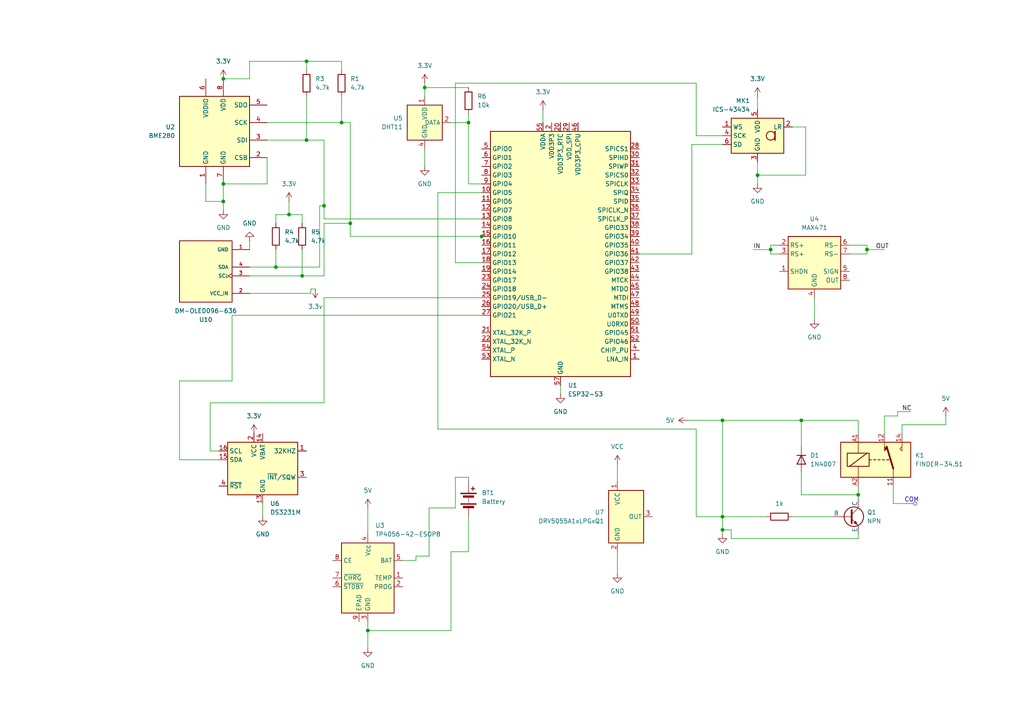
<source format=kicad_sch>
(kicad_sch
	(version 20250114)
	(generator "eeschema")
	(generator_version "9.0")
	(uuid "f8432505-c5e8-4b73-ae55-342d058e9bd4")
	(paper "A4")
	(lib_symbols
		(symbol "Amplifier_Current:MAX471"
			(exclude_from_sim no)
			(in_bom yes)
			(on_board yes)
			(property "Reference" "U"
				(at -7.62 8.89 0)
				(effects
					(font
						(size 1.27 1.27)
					)
					(justify left)
				)
			)
			(property "Value" "MAX471"
				(at 0 8.89 0)
				(effects
					(font
						(size 1.27 1.27)
					)
					(justify left)
				)
			)
			(property "Footprint" ""
				(at 0 0 0)
				(effects
					(font
						(size 1.27 1.27)
					)
					(hide yes)
				)
			)
			(property "Datasheet" "http://pdfserv.maximintegrated.com/en/ds/MAX471-MAX472.pdf"
				(at 0 0 0)
				(effects
					(font
						(size 1.27 1.27)
					)
					(hide yes)
				)
			)
			(property "Description" "Precision, High-Side, Current-Sense Amplifiers, DIP-8/SOIC-8"
				(at 0 0 0)
				(effects
					(font
						(size 1.27 1.27)
					)
					(hide yes)
				)
			)
			(property "ki_keywords" "current sense amplifier"
				(at 0 0 0)
				(effects
					(font
						(size 1.27 1.27)
					)
					(hide yes)
				)
			)
			(property "ki_fp_filters" "SOIC*3.9x4.9mm*P1.27mm* DIP*W7.62mm*"
				(at 0 0 0)
				(effects
					(font
						(size 1.27 1.27)
					)
					(hide yes)
				)
			)
			(symbol "MAX471_0_1"
				(rectangle
					(start -7.62 7.62)
					(end 7.62 -7.62)
					(stroke
						(width 0.254)
						(type default)
					)
					(fill
						(type background)
					)
				)
			)
			(symbol "MAX471_1_1"
				(pin input line
					(at -10.16 5.08 0)
					(length 2.54)
					(name "RS+"
						(effects
							(font
								(size 1.27 1.27)
							)
						)
					)
					(number "2"
						(effects
							(font
								(size 1.27 1.27)
							)
						)
					)
				)
				(pin input line
					(at -10.16 2.54 0)
					(length 2.54)
					(name "RS+"
						(effects
							(font
								(size 1.27 1.27)
							)
						)
					)
					(number "3"
						(effects
							(font
								(size 1.27 1.27)
							)
						)
					)
				)
				(pin input line
					(at -10.16 -2.54 0)
					(length 2.54)
					(name "SHDN"
						(effects
							(font
								(size 1.27 1.27)
							)
						)
					)
					(number "1"
						(effects
							(font
								(size 1.27 1.27)
							)
						)
					)
				)
				(pin power_in line
					(at 0 -10.16 90)
					(length 2.54)
					(name "GND"
						(effects
							(font
								(size 1.27 1.27)
							)
						)
					)
					(number "4"
						(effects
							(font
								(size 1.27 1.27)
							)
						)
					)
				)
				(pin input line
					(at 10.16 5.08 180)
					(length 2.54)
					(name "RS-"
						(effects
							(font
								(size 1.27 1.27)
							)
						)
					)
					(number "6"
						(effects
							(font
								(size 1.27 1.27)
							)
						)
					)
				)
				(pin input line
					(at 10.16 2.54 180)
					(length 2.54)
					(name "RS-"
						(effects
							(font
								(size 1.27 1.27)
							)
						)
					)
					(number "7"
						(effects
							(font
								(size 1.27 1.27)
							)
						)
					)
				)
				(pin open_collector line
					(at 10.16 -2.54 180)
					(length 2.54)
					(name "SIGN"
						(effects
							(font
								(size 1.27 1.27)
							)
						)
					)
					(number "5"
						(effects
							(font
								(size 1.27 1.27)
							)
						)
					)
				)
				(pin output line
					(at 10.16 -5.08 180)
					(length 2.54)
					(name "OUT"
						(effects
							(font
								(size 1.27 1.27)
							)
						)
					)
					(number "8"
						(effects
							(font
								(size 1.27 1.27)
							)
						)
					)
				)
			)
			(embedded_fonts no)
		)
		(symbol "Battery_Management:TP4056-42-ESOP8"
			(exclude_from_sim no)
			(in_bom yes)
			(on_board yes)
			(property "Reference" "U"
				(at -6.604 11.684 0)
				(effects
					(font
						(size 1.27 1.27)
					)
				)
			)
			(property "Value" "TP4056-42-ESOP8"
				(at 10.16 11.684 0)
				(effects
					(font
						(size 1.27 1.27)
					)
				)
			)
			(property "Footprint" "Package_SO:SOIC-8-1EP_3.9x4.9mm_P1.27mm_EP2.41x3.3mm_ThermalVias"
				(at 0.508 -22.86 0)
				(effects
					(font
						(size 1.27 1.27)
					)
					(hide yes)
				)
			)
			(property "Datasheet" "https://www.lcsc.com/datasheet/lcsc_datasheet_2410121619_TOPPOWER-Nanjing-Extension-Microelectronics-TP4056-42-ESOP8_C16581.pdf"
				(at 0 -25.4 0)
				(effects
					(font
						(size 1.27 1.27)
					)
					(hide yes)
				)
			)
			(property "Description" "1A Standalone Linear Li-ion/LiPo single-cell battery charger, 4.2V ±1% charge voltage, VCC = 4.0..8.0V, SOIC-8 (SOP-8)"
				(at 0.508 -20.32 0)
				(effects
					(font
						(size 1.27 1.27)
					)
					(hide yes)
				)
			)
			(property "ki_keywords" "lithium-ion lithium-polymer Li-Poly"
				(at 0 0 0)
				(effects
					(font
						(size 1.27 1.27)
					)
					(hide yes)
				)
			)
			(property "ki_fp_filters" "*SO*3.9x4.*P1.27mm*EP2.4*x3.3*mm*"
				(at 0 0 0)
				(effects
					(font
						(size 1.27 1.27)
					)
					(hide yes)
				)
			)
			(symbol "TP4056-42-ESOP8_1_0"
				(pin input line
					(at -10.16 5.08 0)
					(length 2.54)
					(name "CE"
						(effects
							(font
								(size 1.27 1.27)
							)
						)
					)
					(number "8"
						(effects
							(font
								(size 1.27 1.27)
							)
						)
					)
				)
				(pin open_collector line
					(at -10.16 0 0)
					(length 2.54)
					(name "~{CHRG}"
						(effects
							(font
								(size 1.27 1.27)
							)
						)
					)
					(number "7"
						(effects
							(font
								(size 1.27 1.27)
							)
						)
					)
				)
				(pin open_collector line
					(at -10.16 -2.54 0)
					(length 2.54)
					(name "~{STDBY}"
						(effects
							(font
								(size 1.27 1.27)
							)
						)
					)
					(number "6"
						(effects
							(font
								(size 1.27 1.27)
							)
						)
					)
				)
				(pin passive line
					(at -2.54 -12.7 90)
					(length 2.54)
					(name "EPAD"
						(effects
							(font
								(size 1.27 1.27)
							)
						)
					)
					(number "9"
						(effects
							(font
								(size 1.27 1.27)
							)
						)
					)
				)
				(pin power_in line
					(at 0 12.7 270)
					(length 2.54)
					(name "V_{CC}"
						(effects
							(font
								(size 1.27 1.27)
							)
						)
					)
					(number "4"
						(effects
							(font
								(size 1.27 1.27)
							)
						)
					)
				)
				(pin power_in line
					(at 0 -12.7 90)
					(length 2.54)
					(name "GND"
						(effects
							(font
								(size 1.27 1.27)
							)
						)
					)
					(number "3"
						(effects
							(font
								(size 1.27 1.27)
							)
						)
					)
				)
				(pin power_out line
					(at 10.16 5.08 180)
					(length 2.54)
					(name "BAT"
						(effects
							(font
								(size 1.27 1.27)
							)
						)
					)
					(number "5"
						(effects
							(font
								(size 1.27 1.27)
							)
						)
					)
				)
				(pin input line
					(at 10.16 0 180)
					(length 2.54)
					(name "TEMP"
						(effects
							(font
								(size 1.27 1.27)
							)
						)
					)
					(number "1"
						(effects
							(font
								(size 1.27 1.27)
							)
						)
					)
				)
				(pin passive line
					(at 10.16 -2.54 180)
					(length 2.54)
					(name "PROG"
						(effects
							(font
								(size 1.27 1.27)
							)
						)
					)
					(number "2"
						(effects
							(font
								(size 1.27 1.27)
							)
						)
					)
				)
			)
			(symbol "TP4056-42-ESOP8_1_1"
				(rectangle
					(start -7.62 10.16)
					(end 7.62 -10.16)
					(stroke
						(width 0.254)
						(type default)
					)
					(fill
						(type background)
					)
				)
			)
			(embedded_fonts no)
		)
		(symbol "DM-OLED096-636:DM-OLED096-636"
			(pin_names
				(offset 1.016)
			)
			(exclude_from_sim no)
			(in_bom yes)
			(on_board yes)
			(property "Reference" "U"
				(at -7.62 10.922 0)
				(effects
					(font
						(size 1.27 1.27)
					)
					(justify left bottom)
				)
			)
			(property "Value" "DM-OLED096-636"
				(at -7.62 -10.16 0)
				(effects
					(font
						(size 1.27 1.27)
					)
					(justify left bottom)
				)
			)
			(property "Footprint" "DM-OLED096-636:MODULE_DM-OLED096-636"
				(at 0 0 0)
				(effects
					(font
						(size 1.27 1.27)
					)
					(justify bottom)
					(hide yes)
				)
			)
			(property "Datasheet" ""
				(at 0 0 0)
				(effects
					(font
						(size 1.27 1.27)
					)
					(hide yes)
				)
			)
			(property "Description" ""
				(at 0 0 0)
				(effects
					(font
						(size 1.27 1.27)
					)
					(hide yes)
				)
			)
			(property "MF" "Display Module"
				(at 0 0 0)
				(effects
					(font
						(size 1.27 1.27)
					)
					(justify bottom)
					(hide yes)
				)
			)
			(property "MAXIMUM_PACKAGE_HEIGHT" "11.3 mm"
				(at 0 0 0)
				(effects
					(font
						(size 1.27 1.27)
					)
					(justify bottom)
					(hide yes)
				)
			)
			(property "Package" "Package"
				(at 0 0 0)
				(effects
					(font
						(size 1.27 1.27)
					)
					(justify bottom)
					(hide yes)
				)
			)
			(property "Price" "None"
				(at 0 0 0)
				(effects
					(font
						(size 1.27 1.27)
					)
					(justify bottom)
					(hide yes)
				)
			)
			(property "Check_prices" "https://www.snapeda.com/parts/DM-OLED096-636/Display+Module/view-part/?ref=eda"
				(at 0 0 0)
				(effects
					(font
						(size 1.27 1.27)
					)
					(justify bottom)
					(hide yes)
				)
			)
			(property "STANDARD" "Manufacturer Recommendations"
				(at 0 0 0)
				(effects
					(font
						(size 1.27 1.27)
					)
					(justify bottom)
					(hide yes)
				)
			)
			(property "PARTREV" "2018-09-10"
				(at 0 0 0)
				(effects
					(font
						(size 1.27 1.27)
					)
					(justify bottom)
					(hide yes)
				)
			)
			(property "SnapEDA_Link" "https://www.snapeda.com/parts/DM-OLED096-636/Display+Module/view-part/?ref=snap"
				(at 0 0 0)
				(effects
					(font
						(size 1.27 1.27)
					)
					(justify bottom)
					(hide yes)
				)
			)
			(property "MP" "DM-OLED096-636"
				(at 0 0 0)
				(effects
					(font
						(size 1.27 1.27)
					)
					(justify bottom)
					(hide yes)
				)
			)
			(property "Description_1" "0.96” 128 X 64 MONOCHROME GRAPHIC OLED DISPLAY MODULE - I2C"
				(at 0 0 0)
				(effects
					(font
						(size 1.27 1.27)
					)
					(justify bottom)
					(hide yes)
				)
			)
			(property "Availability" "Not in stock"
				(at 0 0 0)
				(effects
					(font
						(size 1.27 1.27)
					)
					(justify bottom)
					(hide yes)
				)
			)
			(property "MANUFACTURER" "Displaymodule"
				(at 0 0 0)
				(effects
					(font
						(size 1.27 1.27)
					)
					(justify bottom)
					(hide yes)
				)
			)
			(symbol "DM-OLED096-636_0_0"
				(rectangle
					(start -7.62 -7.62)
					(end 7.62 10.16)
					(stroke
						(width 0.254)
						(type default)
					)
					(fill
						(type background)
					)
				)
				(pin power_in line
					(at 12.7 7.62 180)
					(length 5.08)
					(name "VCC_IN"
						(effects
							(font
								(size 1.016 1.016)
							)
						)
					)
					(number "2"
						(effects
							(font
								(size 1.016 1.016)
							)
						)
					)
				)
				(pin input clock
					(at 12.7 2.54 180)
					(length 5.08)
					(name "SCL"
						(effects
							(font
								(size 1.016 1.016)
							)
						)
					)
					(number "3"
						(effects
							(font
								(size 1.016 1.016)
							)
						)
					)
				)
				(pin bidirectional line
					(at 12.7 0 180)
					(length 5.08)
					(name "SDA"
						(effects
							(font
								(size 1.016 1.016)
							)
						)
					)
					(number "4"
						(effects
							(font
								(size 1.016 1.016)
							)
						)
					)
				)
				(pin power_in line
					(at 12.7 -5.08 180)
					(length 5.08)
					(name "GND"
						(effects
							(font
								(size 1.016 1.016)
							)
						)
					)
					(number "1"
						(effects
							(font
								(size 1.016 1.016)
							)
						)
					)
				)
			)
			(embedded_fonts no)
		)
		(symbol "Device:Battery"
			(pin_numbers
				(hide yes)
			)
			(pin_names
				(offset 0)
				(hide yes)
			)
			(exclude_from_sim no)
			(in_bom yes)
			(on_board yes)
			(property "Reference" "BT"
				(at 2.54 2.54 0)
				(effects
					(font
						(size 1.27 1.27)
					)
					(justify left)
				)
			)
			(property "Value" "Battery"
				(at 2.54 0 0)
				(effects
					(font
						(size 1.27 1.27)
					)
					(justify left)
				)
			)
			(property "Footprint" ""
				(at 0 1.524 90)
				(effects
					(font
						(size 1.27 1.27)
					)
					(hide yes)
				)
			)
			(property "Datasheet" "~"
				(at 0 1.524 90)
				(effects
					(font
						(size 1.27 1.27)
					)
					(hide yes)
				)
			)
			(property "Description" "Multiple-cell battery"
				(at 0 0 0)
				(effects
					(font
						(size 1.27 1.27)
					)
					(hide yes)
				)
			)
			(property "ki_keywords" "batt voltage-source cell"
				(at 0 0 0)
				(effects
					(font
						(size 1.27 1.27)
					)
					(hide yes)
				)
			)
			(symbol "Battery_0_1"
				(rectangle
					(start -2.286 1.778)
					(end 2.286 1.524)
					(stroke
						(width 0)
						(type default)
					)
					(fill
						(type outline)
					)
				)
				(rectangle
					(start -2.286 -1.27)
					(end 2.286 -1.524)
					(stroke
						(width 0)
						(type default)
					)
					(fill
						(type outline)
					)
				)
				(rectangle
					(start -1.524 1.016)
					(end 1.524 0.508)
					(stroke
						(width 0)
						(type default)
					)
					(fill
						(type outline)
					)
				)
				(rectangle
					(start -1.524 -2.032)
					(end 1.524 -2.54)
					(stroke
						(width 0)
						(type default)
					)
					(fill
						(type outline)
					)
				)
				(polyline
					(pts
						(xy 0 1.778) (xy 0 2.54)
					)
					(stroke
						(width 0)
						(type default)
					)
					(fill
						(type none)
					)
				)
				(polyline
					(pts
						(xy 0 0) (xy 0 0.254)
					)
					(stroke
						(width 0)
						(type default)
					)
					(fill
						(type none)
					)
				)
				(polyline
					(pts
						(xy 0 -0.508) (xy 0 -0.254)
					)
					(stroke
						(width 0)
						(type default)
					)
					(fill
						(type none)
					)
				)
				(polyline
					(pts
						(xy 0 -1.016) (xy 0 -0.762)
					)
					(stroke
						(width 0)
						(type default)
					)
					(fill
						(type none)
					)
				)
				(polyline
					(pts
						(xy 0.762 3.048) (xy 1.778 3.048)
					)
					(stroke
						(width 0.254)
						(type default)
					)
					(fill
						(type none)
					)
				)
				(polyline
					(pts
						(xy 1.27 3.556) (xy 1.27 2.54)
					)
					(stroke
						(width 0.254)
						(type default)
					)
					(fill
						(type none)
					)
				)
			)
			(symbol "Battery_1_1"
				(pin passive line
					(at 0 5.08 270)
					(length 2.54)
					(name "+"
						(effects
							(font
								(size 1.27 1.27)
							)
						)
					)
					(number "1"
						(effects
							(font
								(size 1.27 1.27)
							)
						)
					)
				)
				(pin passive line
					(at 0 -5.08 90)
					(length 2.54)
					(name "-"
						(effects
							(font
								(size 1.27 1.27)
							)
						)
					)
					(number "2"
						(effects
							(font
								(size 1.27 1.27)
							)
						)
					)
				)
			)
			(embedded_fonts no)
		)
		(symbol "Device:R"
			(pin_numbers
				(hide yes)
			)
			(pin_names
				(offset 0)
			)
			(exclude_from_sim no)
			(in_bom yes)
			(on_board yes)
			(property "Reference" "R"
				(at 2.032 0 90)
				(effects
					(font
						(size 1.27 1.27)
					)
				)
			)
			(property "Value" "R"
				(at 0 0 90)
				(effects
					(font
						(size 1.27 1.27)
					)
				)
			)
			(property "Footprint" ""
				(at -1.778 0 90)
				(effects
					(font
						(size 1.27 1.27)
					)
					(hide yes)
				)
			)
			(property "Datasheet" "~"
				(at 0 0 0)
				(effects
					(font
						(size 1.27 1.27)
					)
					(hide yes)
				)
			)
			(property "Description" "Resistor"
				(at 0 0 0)
				(effects
					(font
						(size 1.27 1.27)
					)
					(hide yes)
				)
			)
			(property "ki_keywords" "R res resistor"
				(at 0 0 0)
				(effects
					(font
						(size 1.27 1.27)
					)
					(hide yes)
				)
			)
			(property "ki_fp_filters" "R_*"
				(at 0 0 0)
				(effects
					(font
						(size 1.27 1.27)
					)
					(hide yes)
				)
			)
			(symbol "R_0_1"
				(rectangle
					(start -1.016 -2.54)
					(end 1.016 2.54)
					(stroke
						(width 0.254)
						(type default)
					)
					(fill
						(type none)
					)
				)
			)
			(symbol "R_1_1"
				(pin passive line
					(at 0 3.81 270)
					(length 1.27)
					(name "~"
						(effects
							(font
								(size 1.27 1.27)
							)
						)
					)
					(number "1"
						(effects
							(font
								(size 1.27 1.27)
							)
						)
					)
				)
				(pin passive line
					(at 0 -3.81 90)
					(length 1.27)
					(name "~"
						(effects
							(font
								(size 1.27 1.27)
							)
						)
					)
					(number "2"
						(effects
							(font
								(size 1.27 1.27)
							)
						)
					)
				)
			)
			(embedded_fonts no)
		)
		(symbol "Diode:1N4007"
			(pin_numbers
				(hide yes)
			)
			(pin_names
				(hide yes)
			)
			(exclude_from_sim no)
			(in_bom yes)
			(on_board yes)
			(property "Reference" "D"
				(at 0 2.54 0)
				(effects
					(font
						(size 1.27 1.27)
					)
				)
			)
			(property "Value" "1N4007"
				(at 0 -2.54 0)
				(effects
					(font
						(size 1.27 1.27)
					)
				)
			)
			(property "Footprint" "Diode_THT:D_DO-41_SOD81_P10.16mm_Horizontal"
				(at 0 -4.445 0)
				(effects
					(font
						(size 1.27 1.27)
					)
					(hide yes)
				)
			)
			(property "Datasheet" "http://www.vishay.com/docs/88503/1n4001.pdf"
				(at 0 0 0)
				(effects
					(font
						(size 1.27 1.27)
					)
					(hide yes)
				)
			)
			(property "Description" "1000V 1A General Purpose Rectifier Diode, DO-41"
				(at 0 0 0)
				(effects
					(font
						(size 1.27 1.27)
					)
					(hide yes)
				)
			)
			(property "Sim.Device" "D"
				(at 0 0 0)
				(effects
					(font
						(size 1.27 1.27)
					)
					(hide yes)
				)
			)
			(property "Sim.Pins" "1=K 2=A"
				(at 0 0 0)
				(effects
					(font
						(size 1.27 1.27)
					)
					(hide yes)
				)
			)
			(property "ki_keywords" "diode"
				(at 0 0 0)
				(effects
					(font
						(size 1.27 1.27)
					)
					(hide yes)
				)
			)
			(property "ki_fp_filters" "D*DO?41*"
				(at 0 0 0)
				(effects
					(font
						(size 1.27 1.27)
					)
					(hide yes)
				)
			)
			(symbol "1N4007_0_1"
				(polyline
					(pts
						(xy -1.27 1.27) (xy -1.27 -1.27)
					)
					(stroke
						(width 0.254)
						(type default)
					)
					(fill
						(type none)
					)
				)
				(polyline
					(pts
						(xy 1.27 1.27) (xy 1.27 -1.27) (xy -1.27 0) (xy 1.27 1.27)
					)
					(stroke
						(width 0.254)
						(type default)
					)
					(fill
						(type none)
					)
				)
				(polyline
					(pts
						(xy 1.27 0) (xy -1.27 0)
					)
					(stroke
						(width 0)
						(type default)
					)
					(fill
						(type none)
					)
				)
			)
			(symbol "1N4007_1_1"
				(pin passive line
					(at -3.81 0 0)
					(length 2.54)
					(name "K"
						(effects
							(font
								(size 1.27 1.27)
							)
						)
					)
					(number "1"
						(effects
							(font
								(size 1.27 1.27)
							)
						)
					)
				)
				(pin passive line
					(at 3.81 0 180)
					(length 2.54)
					(name "A"
						(effects
							(font
								(size 1.27 1.27)
							)
						)
					)
					(number "2"
						(effects
							(font
								(size 1.27 1.27)
							)
						)
					)
				)
			)
			(embedded_fonts no)
		)
		(symbol "MCU_Espressif:ESP32-S3"
			(exclude_from_sim no)
			(in_bom yes)
			(on_board yes)
			(property "Reference" "U"
				(at 10.16 -38.1 0)
				(effects
					(font
						(size 1.27 1.27)
					)
				)
			)
			(property "Value" "ESP32-S3"
				(at 13.97 -40.64 0)
				(effects
					(font
						(size 1.27 1.27)
					)
				)
			)
			(property "Footprint" "Package_DFN_QFN:QFN-56-1EP_7x7mm_P0.4mm_EP4x4mm"
				(at 0 -48.26 0)
				(effects
					(font
						(size 1.27 1.27)
					)
					(hide yes)
				)
			)
			(property "Datasheet" "https://www.espressif.com/sites/default/files/documentation/esp32-s3_datasheet_en.pdf"
				(at 0 0 0)
				(effects
					(font
						(size 1.27 1.27)
					)
					(hide yes)
				)
			)
			(property "Description" "Microcontroller, Wi-Fi 802.11b/g/n, Bluetooth, 32bit"
				(at 0 0 0)
				(effects
					(font
						(size 1.27 1.27)
					)
					(hide yes)
				)
			)
			(property "ki_keywords" "Microcontroller Wi-Fi BT ESP ESP32 Espressif"
				(at 0 0 0)
				(effects
					(font
						(size 1.27 1.27)
					)
					(hide yes)
				)
			)
			(property "ki_fp_filters" "QFN*1EP*7x7mm*P0.4mm*"
				(at 0 0 0)
				(effects
					(font
						(size 1.27 1.27)
					)
					(hide yes)
				)
			)
			(symbol "ESP32-S3_0_1"
				(rectangle
					(start -20.32 35.56)
					(end 20.32 -35.56)
					(stroke
						(width 0.254)
						(type default)
					)
					(fill
						(type background)
					)
				)
			)
			(symbol "ESP32-S3_1_0"
				(pin passive line
					(at -5.08 38.1 270)
					(length 2.54)
					(hide yes)
					(name "VDDA"
						(effects
							(font
								(size 1.27 1.27)
							)
						)
					)
					(number "56"
						(effects
							(font
								(size 1.27 1.27)
							)
						)
					)
				)
				(pin bidirectional line
					(at 22.86 12.7 180)
					(length 2.54)
					(name "SPICLK_N"
						(effects
							(font
								(size 1.27 1.27)
							)
						)
					)
					(number "36"
						(effects
							(font
								(size 1.27 1.27)
							)
						)
					)
				)
				(pin bidirectional line
					(at 22.86 -10.16 180)
					(length 2.54)
					(name "MTDO"
						(effects
							(font
								(size 1.27 1.27)
							)
						)
					)
					(number "45"
						(effects
							(font
								(size 1.27 1.27)
							)
						)
					)
				)
				(pin bidirectional line
					(at 22.86 -22.86 180)
					(length 2.54)
					(name "GPIO45"
						(effects
							(font
								(size 1.27 1.27)
							)
						)
					)
					(number "51"
						(effects
							(font
								(size 1.27 1.27)
							)
						)
					)
				)
			)
			(symbol "ESP32-S3_1_1"
				(pin bidirectional line
					(at -22.86 30.48 0)
					(length 2.54)
					(name "GPIO0"
						(effects
							(font
								(size 1.27 1.27)
							)
						)
					)
					(number "5"
						(effects
							(font
								(size 1.27 1.27)
							)
						)
					)
				)
				(pin bidirectional line
					(at -22.86 27.94 0)
					(length 2.54)
					(name "GPIO1"
						(effects
							(font
								(size 1.27 1.27)
							)
						)
					)
					(number "6"
						(effects
							(font
								(size 1.27 1.27)
							)
						)
					)
				)
				(pin bidirectional line
					(at -22.86 25.4 0)
					(length 2.54)
					(name "GPIO2"
						(effects
							(font
								(size 1.27 1.27)
							)
						)
					)
					(number "7"
						(effects
							(font
								(size 1.27 1.27)
							)
						)
					)
				)
				(pin bidirectional line
					(at -22.86 22.86 0)
					(length 2.54)
					(name "GPIO3"
						(effects
							(font
								(size 1.27 1.27)
							)
						)
					)
					(number "8"
						(effects
							(font
								(size 1.27 1.27)
							)
						)
					)
				)
				(pin bidirectional line
					(at -22.86 20.32 0)
					(length 2.54)
					(name "GPIO4"
						(effects
							(font
								(size 1.27 1.27)
							)
						)
					)
					(number "9"
						(effects
							(font
								(size 1.27 1.27)
							)
						)
					)
				)
				(pin bidirectional line
					(at -22.86 17.78 0)
					(length 2.54)
					(name "GPIO5"
						(effects
							(font
								(size 1.27 1.27)
							)
						)
					)
					(number "10"
						(effects
							(font
								(size 1.27 1.27)
							)
						)
					)
				)
				(pin bidirectional line
					(at -22.86 15.24 0)
					(length 2.54)
					(name "GPIO6"
						(effects
							(font
								(size 1.27 1.27)
							)
						)
					)
					(number "11"
						(effects
							(font
								(size 1.27 1.27)
							)
						)
					)
				)
				(pin bidirectional line
					(at -22.86 12.7 0)
					(length 2.54)
					(name "GPIO7"
						(effects
							(font
								(size 1.27 1.27)
							)
						)
					)
					(number "12"
						(effects
							(font
								(size 1.27 1.27)
							)
						)
					)
				)
				(pin bidirectional line
					(at -22.86 10.16 0)
					(length 2.54)
					(name "GPIO8"
						(effects
							(font
								(size 1.27 1.27)
							)
						)
					)
					(number "13"
						(effects
							(font
								(size 1.27 1.27)
							)
						)
					)
				)
				(pin bidirectional line
					(at -22.86 7.62 0)
					(length 2.54)
					(name "GPIO9"
						(effects
							(font
								(size 1.27 1.27)
							)
						)
					)
					(number "14"
						(effects
							(font
								(size 1.27 1.27)
							)
						)
					)
				)
				(pin bidirectional line
					(at -22.86 5.08 0)
					(length 2.54)
					(name "GPIO10"
						(effects
							(font
								(size 1.27 1.27)
							)
						)
					)
					(number "15"
						(effects
							(font
								(size 1.27 1.27)
							)
						)
					)
				)
				(pin bidirectional line
					(at -22.86 2.54 0)
					(length 2.54)
					(name "GPIO11"
						(effects
							(font
								(size 1.27 1.27)
							)
						)
					)
					(number "16"
						(effects
							(font
								(size 1.27 1.27)
							)
						)
					)
				)
				(pin bidirectional line
					(at -22.86 0 0)
					(length 2.54)
					(name "GPIO12"
						(effects
							(font
								(size 1.27 1.27)
							)
						)
					)
					(number "17"
						(effects
							(font
								(size 1.27 1.27)
							)
						)
					)
				)
				(pin bidirectional line
					(at -22.86 -2.54 0)
					(length 2.54)
					(name "GPIO13"
						(effects
							(font
								(size 1.27 1.27)
							)
						)
					)
					(number "18"
						(effects
							(font
								(size 1.27 1.27)
							)
						)
					)
				)
				(pin bidirectional line
					(at -22.86 -5.08 0)
					(length 2.54)
					(name "GPIO14"
						(effects
							(font
								(size 1.27 1.27)
							)
						)
					)
					(number "19"
						(effects
							(font
								(size 1.27 1.27)
							)
						)
					)
				)
				(pin bidirectional line
					(at -22.86 -7.62 0)
					(length 2.54)
					(name "GPIO17"
						(effects
							(font
								(size 1.27 1.27)
							)
						)
					)
					(number "23"
						(effects
							(font
								(size 1.27 1.27)
							)
						)
					)
				)
				(pin bidirectional line
					(at -22.86 -10.16 0)
					(length 2.54)
					(name "GPIO18"
						(effects
							(font
								(size 1.27 1.27)
							)
						)
					)
					(number "24"
						(effects
							(font
								(size 1.27 1.27)
							)
						)
					)
				)
				(pin bidirectional line
					(at -22.86 -12.7 0)
					(length 2.54)
					(name "GPIO19/USB_D-"
						(effects
							(font
								(size 1.27 1.27)
							)
						)
					)
					(number "25"
						(effects
							(font
								(size 1.27 1.27)
							)
						)
					)
				)
				(pin bidirectional line
					(at -22.86 -15.24 0)
					(length 2.54)
					(name "GPIO20/USB_D+"
						(effects
							(font
								(size 1.27 1.27)
							)
						)
					)
					(number "26"
						(effects
							(font
								(size 1.27 1.27)
							)
						)
					)
				)
				(pin bidirectional line
					(at -22.86 -17.78 0)
					(length 2.54)
					(name "GPIO21"
						(effects
							(font
								(size 1.27 1.27)
							)
						)
					)
					(number "27"
						(effects
							(font
								(size 1.27 1.27)
							)
						)
					)
				)
				(pin passive line
					(at -22.86 -22.86 0)
					(length 2.54)
					(name "XTAL_32K_P"
						(effects
							(font
								(size 1.27 1.27)
							)
						)
					)
					(number "21"
						(effects
							(font
								(size 1.27 1.27)
							)
						)
					)
				)
				(pin passive line
					(at -22.86 -25.4 0)
					(length 2.54)
					(name "XTAL_32K_N"
						(effects
							(font
								(size 1.27 1.27)
							)
						)
					)
					(number "22"
						(effects
							(font
								(size 1.27 1.27)
							)
						)
					)
				)
				(pin input line
					(at -22.86 -27.94 0)
					(length 2.54)
					(name "XTAL_P"
						(effects
							(font
								(size 1.27 1.27)
							)
						)
					)
					(number "54"
						(effects
							(font
								(size 1.27 1.27)
							)
						)
					)
				)
				(pin output line
					(at -22.86 -30.48 0)
					(length 2.54)
					(name "XTAL_N"
						(effects
							(font
								(size 1.27 1.27)
							)
						)
					)
					(number "53"
						(effects
							(font
								(size 1.27 1.27)
							)
						)
					)
				)
				(pin power_in line
					(at -5.08 38.1 270)
					(length 2.54)
					(name "VDDA"
						(effects
							(font
								(size 1.27 1.27)
							)
						)
					)
					(number "55"
						(effects
							(font
								(size 1.27 1.27)
							)
						)
					)
				)
				(pin power_in line
					(at -2.54 38.1 270)
					(length 2.54)
					(name "VDD3P3"
						(effects
							(font
								(size 1.27 1.27)
							)
						)
					)
					(number "2"
						(effects
							(font
								(size 1.27 1.27)
							)
						)
					)
				)
				(pin passive line
					(at -2.54 38.1 270)
					(length 2.54)
					(hide yes)
					(name "VDD3P3"
						(effects
							(font
								(size 1.27 1.27)
							)
						)
					)
					(number "3"
						(effects
							(font
								(size 1.27 1.27)
							)
						)
					)
				)
				(pin power_in line
					(at 0 38.1 270)
					(length 2.54)
					(name "VDD3P3_RTC"
						(effects
							(font
								(size 1.27 1.27)
							)
						)
					)
					(number "20"
						(effects
							(font
								(size 1.27 1.27)
							)
						)
					)
				)
				(pin power_in line
					(at 0 -38.1 90)
					(length 2.54)
					(name "GND"
						(effects
							(font
								(size 1.27 1.27)
							)
						)
					)
					(number "57"
						(effects
							(font
								(size 1.27 1.27)
							)
						)
					)
				)
				(pin power_in line
					(at 2.54 38.1 270)
					(length 2.54)
					(name "VDD_SPI"
						(effects
							(font
								(size 1.27 1.27)
							)
						)
					)
					(number "29"
						(effects
							(font
								(size 1.27 1.27)
							)
						)
					)
				)
				(pin power_in line
					(at 5.08 38.1 270)
					(length 2.54)
					(name "VDD3P3_CPU"
						(effects
							(font
								(size 1.27 1.27)
							)
						)
					)
					(number "46"
						(effects
							(font
								(size 1.27 1.27)
							)
						)
					)
				)
				(pin bidirectional line
					(at 22.86 30.48 180)
					(length 2.54)
					(name "SPICS1"
						(effects
							(font
								(size 1.27 1.27)
							)
						)
					)
					(number "28"
						(effects
							(font
								(size 1.27 1.27)
							)
						)
					)
				)
				(pin bidirectional line
					(at 22.86 27.94 180)
					(length 2.54)
					(name "SPIHD"
						(effects
							(font
								(size 1.27 1.27)
							)
						)
					)
					(number "30"
						(effects
							(font
								(size 1.27 1.27)
							)
						)
					)
				)
				(pin bidirectional line
					(at 22.86 25.4 180)
					(length 2.54)
					(name "SPIWP"
						(effects
							(font
								(size 1.27 1.27)
							)
						)
					)
					(number "31"
						(effects
							(font
								(size 1.27 1.27)
							)
						)
					)
				)
				(pin bidirectional line
					(at 22.86 22.86 180)
					(length 2.54)
					(name "SPICS0"
						(effects
							(font
								(size 1.27 1.27)
							)
						)
					)
					(number "32"
						(effects
							(font
								(size 1.27 1.27)
							)
						)
					)
				)
				(pin bidirectional line
					(at 22.86 20.32 180)
					(length 2.54)
					(name "SPICLK"
						(effects
							(font
								(size 1.27 1.27)
							)
						)
					)
					(number "33"
						(effects
							(font
								(size 1.27 1.27)
							)
						)
					)
				)
				(pin bidirectional line
					(at 22.86 17.78 180)
					(length 2.54)
					(name "SPIQ"
						(effects
							(font
								(size 1.27 1.27)
							)
						)
					)
					(number "34"
						(effects
							(font
								(size 1.27 1.27)
							)
						)
					)
				)
				(pin bidirectional line
					(at 22.86 15.24 180)
					(length 2.54)
					(name "SPID"
						(effects
							(font
								(size 1.27 1.27)
							)
						)
					)
					(number "35"
						(effects
							(font
								(size 1.27 1.27)
							)
						)
					)
				)
				(pin bidirectional line
					(at 22.86 10.16 180)
					(length 2.54)
					(name "SPICLK_P"
						(effects
							(font
								(size 1.27 1.27)
							)
						)
					)
					(number "37"
						(effects
							(font
								(size 1.27 1.27)
							)
						)
					)
				)
				(pin bidirectional line
					(at 22.86 7.62 180)
					(length 2.54)
					(name "GPIO33"
						(effects
							(font
								(size 1.27 1.27)
							)
						)
					)
					(number "38"
						(effects
							(font
								(size 1.27 1.27)
							)
						)
					)
				)
				(pin bidirectional line
					(at 22.86 5.08 180)
					(length 2.54)
					(name "GPIO34"
						(effects
							(font
								(size 1.27 1.27)
							)
						)
					)
					(number "39"
						(effects
							(font
								(size 1.27 1.27)
							)
						)
					)
				)
				(pin bidirectional line
					(at 22.86 2.54 180)
					(length 2.54)
					(name "GPIO35"
						(effects
							(font
								(size 1.27 1.27)
							)
						)
					)
					(number "40"
						(effects
							(font
								(size 1.27 1.27)
							)
						)
					)
				)
				(pin bidirectional line
					(at 22.86 0 180)
					(length 2.54)
					(name "GPIO36"
						(effects
							(font
								(size 1.27 1.27)
							)
						)
					)
					(number "41"
						(effects
							(font
								(size 1.27 1.27)
							)
						)
					)
				)
				(pin bidirectional line
					(at 22.86 -2.54 180)
					(length 2.54)
					(name "GPIO37"
						(effects
							(font
								(size 1.27 1.27)
							)
						)
					)
					(number "42"
						(effects
							(font
								(size 1.27 1.27)
							)
						)
					)
				)
				(pin bidirectional line
					(at 22.86 -5.08 180)
					(length 2.54)
					(name "GPIO38"
						(effects
							(font
								(size 1.27 1.27)
							)
						)
					)
					(number "43"
						(effects
							(font
								(size 1.27 1.27)
							)
						)
					)
				)
				(pin bidirectional line
					(at 22.86 -7.62 180)
					(length 2.54)
					(name "MTCK"
						(effects
							(font
								(size 1.27 1.27)
							)
						)
					)
					(number "44"
						(effects
							(font
								(size 1.27 1.27)
							)
						)
					)
				)
				(pin bidirectional line
					(at 22.86 -12.7 180)
					(length 2.54)
					(name "MTDI"
						(effects
							(font
								(size 1.27 1.27)
							)
						)
					)
					(number "47"
						(effects
							(font
								(size 1.27 1.27)
							)
						)
					)
				)
				(pin bidirectional line
					(at 22.86 -15.24 180)
					(length 2.54)
					(name "MTMS"
						(effects
							(font
								(size 1.27 1.27)
							)
						)
					)
					(number "48"
						(effects
							(font
								(size 1.27 1.27)
							)
						)
					)
				)
				(pin bidirectional line
					(at 22.86 -17.78 180)
					(length 2.54)
					(name "U0TXD"
						(effects
							(font
								(size 1.27 1.27)
							)
						)
					)
					(number "49"
						(effects
							(font
								(size 1.27 1.27)
							)
						)
					)
				)
				(pin bidirectional line
					(at 22.86 -20.32 180)
					(length 2.54)
					(name "U0RXD"
						(effects
							(font
								(size 1.27 1.27)
							)
						)
					)
					(number "50"
						(effects
							(font
								(size 1.27 1.27)
							)
						)
					)
				)
				(pin bidirectional line
					(at 22.86 -25.4 180)
					(length 2.54)
					(name "GPIO46"
						(effects
							(font
								(size 1.27 1.27)
							)
						)
					)
					(number "52"
						(effects
							(font
								(size 1.27 1.27)
							)
						)
					)
				)
				(pin input line
					(at 22.86 -27.94 180)
					(length 2.54)
					(name "CHIP_PU"
						(effects
							(font
								(size 1.27 1.27)
							)
						)
					)
					(number "4"
						(effects
							(font
								(size 1.27 1.27)
							)
						)
					)
				)
				(pin bidirectional line
					(at 22.86 -30.48 180)
					(length 2.54)
					(name "LNA_IN"
						(effects
							(font
								(size 1.27 1.27)
							)
						)
					)
					(number "1"
						(effects
							(font
								(size 1.27 1.27)
							)
						)
					)
				)
			)
			(embedded_fonts no)
		)
		(symbol "Relay:FINDER-34.51"
			(exclude_from_sim no)
			(in_bom yes)
			(on_board yes)
			(property "Reference" "K"
				(at 11.43 3.81 0)
				(effects
					(font
						(size 1.27 1.27)
					)
					(justify left)
				)
			)
			(property "Value" "FINDER-34.51"
				(at 11.43 1.27 0)
				(effects
					(font
						(size 1.27 1.27)
					)
					(justify left)
				)
			)
			(property "Footprint" "Relay_THT:Relay_SPDT_Finder_34.51_Vertical"
				(at 28.956 -1.016 0)
				(effects
					(font
						(size 1.27 1.27)
					)
					(hide yes)
				)
			)
			(property "Datasheet" "https://gfinder.findernet.com/public/attachments/34/EN/S34USAEN.pdf"
				(at 0 0 0)
				(effects
					(font
						(size 1.27 1.27)
					)
					(hide yes)
				)
			)
			(property "Description" "Ultra-slim 1 Pole - 6A SPDT relay"
				(at 0 0 0)
				(effects
					(font
						(size 1.27 1.27)
					)
					(hide yes)
				)
			)
			(property "ki_keywords" "Single Pole Relay SPDT"
				(at 0 0 0)
				(effects
					(font
						(size 1.27 1.27)
					)
					(hide yes)
				)
			)
			(property "ki_fp_filters" "Relay*SPDT*Finder*34.51*"
				(at 0 0 0)
				(effects
					(font
						(size 1.27 1.27)
					)
					(hide yes)
				)
			)
			(symbol "FINDER-34.51_0_0"
				(polyline
					(pts
						(xy 7.62 5.08) (xy 7.62 2.54) (xy 6.985 3.175) (xy 7.62 3.81)
					)
					(stroke
						(width 0)
						(type default)
					)
					(fill
						(type none)
					)
				)
			)
			(symbol "FINDER-34.51_0_1"
				(rectangle
					(start -10.16 5.08)
					(end 10.16 -5.08)
					(stroke
						(width 0.254)
						(type default)
					)
					(fill
						(type background)
					)
				)
				(rectangle
					(start -8.255 1.905)
					(end -1.905 -1.905)
					(stroke
						(width 0.254)
						(type default)
					)
					(fill
						(type none)
					)
				)
				(polyline
					(pts
						(xy -7.62 -1.905) (xy -2.54 1.905)
					)
					(stroke
						(width 0.254)
						(type default)
					)
					(fill
						(type none)
					)
				)
				(polyline
					(pts
						(xy -5.08 5.08) (xy -5.08 1.905)
					)
					(stroke
						(width 0)
						(type default)
					)
					(fill
						(type none)
					)
				)
				(polyline
					(pts
						(xy -5.08 -5.08) (xy -5.08 -1.905)
					)
					(stroke
						(width 0)
						(type default)
					)
					(fill
						(type none)
					)
				)
				(polyline
					(pts
						(xy -1.905 0) (xy -1.27 0)
					)
					(stroke
						(width 0.254)
						(type default)
					)
					(fill
						(type none)
					)
				)
				(polyline
					(pts
						(xy -0.635 0) (xy 0 0)
					)
					(stroke
						(width 0.254)
						(type default)
					)
					(fill
						(type none)
					)
				)
				(polyline
					(pts
						(xy 0.635 0) (xy 1.27 0)
					)
					(stroke
						(width 0.254)
						(type default)
					)
					(fill
						(type none)
					)
				)
				(polyline
					(pts
						(xy 1.905 0) (xy 2.54 0)
					)
					(stroke
						(width 0.254)
						(type default)
					)
					(fill
						(type none)
					)
				)
				(polyline
					(pts
						(xy 2.54 5.08) (xy 2.54 2.54) (xy 3.175 3.175) (xy 2.54 3.81)
					)
					(stroke
						(width 0)
						(type default)
					)
					(fill
						(type outline)
					)
				)
				(polyline
					(pts
						(xy 3.175 0) (xy 3.81 0)
					)
					(stroke
						(width 0.254)
						(type default)
					)
					(fill
						(type none)
					)
				)
				(polyline
					(pts
						(xy 5.08 -2.54) (xy 3.175 3.81)
					)
					(stroke
						(width 0.508)
						(type default)
					)
					(fill
						(type none)
					)
				)
				(polyline
					(pts
						(xy 5.08 -2.54) (xy 5.08 -5.08)
					)
					(stroke
						(width 0)
						(type default)
					)
					(fill
						(type none)
					)
				)
			)
			(symbol "FINDER-34.51_1_1"
				(pin passive line
					(at -5.08 7.62 270)
					(length 2.54)
					(name "~"
						(effects
							(font
								(size 1.27 1.27)
							)
						)
					)
					(number "A1"
						(effects
							(font
								(size 1.27 1.27)
							)
						)
					)
				)
				(pin passive line
					(at -5.08 -7.62 90)
					(length 2.54)
					(name "~"
						(effects
							(font
								(size 1.27 1.27)
							)
						)
					)
					(number "A2"
						(effects
							(font
								(size 1.27 1.27)
							)
						)
					)
				)
				(pin passive line
					(at 2.54 7.62 270)
					(length 2.54)
					(name "~"
						(effects
							(font
								(size 1.27 1.27)
							)
						)
					)
					(number "12"
						(effects
							(font
								(size 1.27 1.27)
							)
						)
					)
				)
				(pin passive line
					(at 5.08 -7.62 90)
					(length 2.54)
					(name "~"
						(effects
							(font
								(size 1.27 1.27)
							)
						)
					)
					(number "11"
						(effects
							(font
								(size 1.27 1.27)
							)
						)
					)
				)
				(pin passive line
					(at 7.62 7.62 270)
					(length 2.54)
					(name "~"
						(effects
							(font
								(size 1.27 1.27)
							)
						)
					)
					(number "14"
						(effects
							(font
								(size 1.27 1.27)
							)
						)
					)
				)
			)
			(embedded_fonts no)
		)
		(symbol "Sensor:BME280"
			(exclude_from_sim no)
			(in_bom yes)
			(on_board yes)
			(property "Reference" "U"
				(at -8.89 11.43 0)
				(effects
					(font
						(size 1.27 1.27)
					)
				)
			)
			(property "Value" "BME280"
				(at 7.62 11.43 0)
				(effects
					(font
						(size 1.27 1.27)
					)
				)
			)
			(property "Footprint" "Package_LGA:Bosch_LGA-8_2.5x2.5mm_P0.65mm_ClockwisePinNumbering"
				(at 38.1 -11.43 0)
				(effects
					(font
						(size 1.27 1.27)
					)
					(hide yes)
				)
			)
			(property "Datasheet" "https://www.bosch-sensortec.com/media/boschsensortec/downloads/datasheets/bst-bme280-ds002.pdf"
				(at 0 -5.08 0)
				(effects
					(font
						(size 1.27 1.27)
					)
					(hide yes)
				)
			)
			(property "Description" "3-in-1 sensor, humidity, pressure, temperature, I2C and SPI interface, 1.71-3.6V, LGA-8"
				(at 0 0 0)
				(effects
					(font
						(size 1.27 1.27)
					)
					(hide yes)
				)
			)
			(property "ki_keywords" "Bosch pressure humidity temperature environment environmental measurement digital"
				(at 0 0 0)
				(effects
					(font
						(size 1.27 1.27)
					)
					(hide yes)
				)
			)
			(property "ki_fp_filters" "*LGA*2.5x2.5mm*P0.65mm*Clockwise*"
				(at 0 0 0)
				(effects
					(font
						(size 1.27 1.27)
					)
					(hide yes)
				)
			)
			(symbol "BME280_0_1"
				(rectangle
					(start -10.16 10.16)
					(end 10.16 -10.16)
					(stroke
						(width 0.254)
						(type default)
					)
					(fill
						(type background)
					)
				)
			)
			(symbol "BME280_1_1"
				(pin power_in line
					(at -2.54 15.24 270)
					(length 5.08)
					(name "VDDIO"
						(effects
							(font
								(size 1.27 1.27)
							)
						)
					)
					(number "6"
						(effects
							(font
								(size 1.27 1.27)
							)
						)
					)
				)
				(pin power_in line
					(at -2.54 -15.24 90)
					(length 5.08)
					(name "GND"
						(effects
							(font
								(size 1.27 1.27)
							)
						)
					)
					(number "1"
						(effects
							(font
								(size 1.27 1.27)
							)
						)
					)
				)
				(pin power_in line
					(at 2.54 15.24 270)
					(length 5.08)
					(name "VDD"
						(effects
							(font
								(size 1.27 1.27)
							)
						)
					)
					(number "8"
						(effects
							(font
								(size 1.27 1.27)
							)
						)
					)
				)
				(pin power_in line
					(at 2.54 -15.24 90)
					(length 5.08)
					(name "GND"
						(effects
							(font
								(size 1.27 1.27)
							)
						)
					)
					(number "7"
						(effects
							(font
								(size 1.27 1.27)
							)
						)
					)
				)
				(pin bidirectional line
					(at 15.24 7.62 180)
					(length 5.08)
					(name "SDO"
						(effects
							(font
								(size 1.27 1.27)
							)
						)
					)
					(number "5"
						(effects
							(font
								(size 1.27 1.27)
							)
						)
					)
				)
				(pin input line
					(at 15.24 2.54 180)
					(length 5.08)
					(name "SCK"
						(effects
							(font
								(size 1.27 1.27)
							)
						)
					)
					(number "4"
						(effects
							(font
								(size 1.27 1.27)
							)
						)
					)
				)
				(pin bidirectional line
					(at 15.24 -2.54 180)
					(length 5.08)
					(name "SDI"
						(effects
							(font
								(size 1.27 1.27)
							)
						)
					)
					(number "3"
						(effects
							(font
								(size 1.27 1.27)
							)
						)
					)
				)
				(pin input line
					(at 15.24 -7.62 180)
					(length 5.08)
					(name "CSB"
						(effects
							(font
								(size 1.27 1.27)
							)
						)
					)
					(number "2"
						(effects
							(font
								(size 1.27 1.27)
							)
						)
					)
				)
			)
			(embedded_fonts no)
		)
		(symbol "Sensor:DHT11"
			(exclude_from_sim no)
			(in_bom yes)
			(on_board yes)
			(property "Reference" "U"
				(at -3.81 6.35 0)
				(effects
					(font
						(size 1.27 1.27)
					)
				)
			)
			(property "Value" "DHT11"
				(at 3.81 6.35 0)
				(effects
					(font
						(size 1.27 1.27)
					)
				)
			)
			(property "Footprint" "Sensor:Aosong_DHT11_5.5x12.0_P2.54mm"
				(at 0 -10.16 0)
				(effects
					(font
						(size 1.27 1.27)
					)
					(hide yes)
				)
			)
			(property "Datasheet" "http://akizukidenshi.com/download/ds/aosong/DHT11.pdf"
				(at 3.81 6.35 0)
				(effects
					(font
						(size 1.27 1.27)
					)
					(hide yes)
				)
			)
			(property "Description" "3.3V to 5.5V, temperature and humidity module, DHT11"
				(at 0 0 0)
				(effects
					(font
						(size 1.27 1.27)
					)
					(hide yes)
				)
			)
			(property "ki_keywords" "digital sensor"
				(at 0 0 0)
				(effects
					(font
						(size 1.27 1.27)
					)
					(hide yes)
				)
			)
			(property "ki_fp_filters" "Aosong*DHT11*5.5x12.0*P2.54mm*"
				(at 0 0 0)
				(effects
					(font
						(size 1.27 1.27)
					)
					(hide yes)
				)
			)
			(symbol "DHT11_0_1"
				(rectangle
					(start -5.08 5.08)
					(end 5.08 -5.08)
					(stroke
						(width 0.254)
						(type default)
					)
					(fill
						(type background)
					)
				)
			)
			(symbol "DHT11_1_1"
				(pin no_connect line
					(at -5.08 0 0)
					(length 2.54)
					(hide yes)
					(name "NC"
						(effects
							(font
								(size 1.27 1.27)
							)
						)
					)
					(number "3"
						(effects
							(font
								(size 1.27 1.27)
							)
						)
					)
				)
				(pin power_in line
					(at 0 7.62 270)
					(length 2.54)
					(name "VDD"
						(effects
							(font
								(size 1.27 1.27)
							)
						)
					)
					(number "1"
						(effects
							(font
								(size 1.27 1.27)
							)
						)
					)
				)
				(pin power_in line
					(at 0 -7.62 90)
					(length 2.54)
					(name "GND"
						(effects
							(font
								(size 1.27 1.27)
							)
						)
					)
					(number "4"
						(effects
							(font
								(size 1.27 1.27)
							)
						)
					)
				)
				(pin bidirectional line
					(at 7.62 0 180)
					(length 2.54)
					(name "DATA"
						(effects
							(font
								(size 1.27 1.27)
							)
						)
					)
					(number "2"
						(effects
							(font
								(size 1.27 1.27)
							)
						)
					)
				)
			)
			(embedded_fonts no)
		)
		(symbol "Sensor_Audio:ICS-43434"
			(exclude_from_sim no)
			(in_bom yes)
			(on_board yes)
			(property "Reference" "MK"
				(at -7.62 6.35 0)
				(effects
					(font
						(size 1.27 1.27)
					)
					(justify left)
				)
			)
			(property "Value" "ICS-43434"
				(at 1.27 6.35 0)
				(effects
					(font
						(size 1.27 1.27)
					)
					(justify left)
				)
			)
			(property "Footprint" "Sensor_Audio:InvenSense_ICS-43434-6_3.5x2.65mm"
				(at 0 0 0)
				(effects
					(font
						(size 1.27 1.27)
					)
					(hide yes)
				)
			)
			(property "Datasheet" "https://www.invensense.com/wp-content/uploads/2016/02/DS-000069-ICS-43434-v1.2.pdf"
				(at 0 0 0)
				(effects
					(font
						(size 1.27 1.27)
					)
					(hide yes)
				)
			)
			(property "Description" "TDK InvenSense MEMS Microphone, 24-bit I2S, 65 dBA SNR, LGA-6"
				(at 0 0 0)
				(effects
					(font
						(size 1.27 1.27)
					)
					(hide yes)
				)
			)
			(property "ki_keywords" "microphone MEMS 24bit I2S ICS-43434 TDK InvenSense"
				(at 0 0 0)
				(effects
					(font
						(size 1.27 1.27)
					)
					(hide yes)
				)
			)
			(property "ki_fp_filters" "InvenSense*ICS*43434*"
				(at 0 0 0)
				(effects
					(font
						(size 1.27 1.27)
					)
					(hide yes)
				)
			)
			(symbol "ICS-43434_1_1"
				(rectangle
					(start -7.62 5.08)
					(end 7.62 -5.08)
					(stroke
						(width 0.254)
						(type default)
					)
					(fill
						(type background)
					)
				)
				(polyline
					(pts
						(xy -5.08 1.27) (xy -5.08 -1.27)
					)
					(stroke
						(width 0.381)
						(type default)
					)
					(fill
						(type none)
					)
				)
				(circle
					(center -3.81 0)
					(radius 1.27)
					(stroke
						(width 0.254)
						(type default)
					)
					(fill
						(type none)
					)
				)
				(pin input line
					(at -10.16 2.54 0)
					(length 2.54)
					(name "LR"
						(effects
							(font
								(size 1.27 1.27)
							)
						)
					)
					(number "2"
						(effects
							(font
								(size 1.27 1.27)
							)
						)
					)
				)
				(pin power_in line
					(at 0 7.62 270)
					(length 2.54)
					(name "VDD"
						(effects
							(font
								(size 1.27 1.27)
							)
						)
					)
					(number "5"
						(effects
							(font
								(size 1.27 1.27)
							)
						)
					)
				)
				(pin power_in line
					(at 0 -7.62 90)
					(length 2.54)
					(name "GND"
						(effects
							(font
								(size 1.27 1.27)
							)
						)
					)
					(number "3"
						(effects
							(font
								(size 1.27 1.27)
							)
						)
					)
				)
				(pin input line
					(at 10.16 2.54 180)
					(length 2.54)
					(name "WS"
						(effects
							(font
								(size 1.27 1.27)
							)
						)
					)
					(number "1"
						(effects
							(font
								(size 1.27 1.27)
							)
						)
					)
				)
				(pin input line
					(at 10.16 0 180)
					(length 2.54)
					(name "SCK"
						(effects
							(font
								(size 1.27 1.27)
							)
						)
					)
					(number "4"
						(effects
							(font
								(size 1.27 1.27)
							)
						)
					)
				)
				(pin output line
					(at 10.16 -2.54 180)
					(length 2.54)
					(name "SD"
						(effects
							(font
								(size 1.27 1.27)
							)
						)
					)
					(number "6"
						(effects
							(font
								(size 1.27 1.27)
							)
						)
					)
				)
			)
			(embedded_fonts no)
		)
		(symbol "Sensor_Magnetic:DRV5055A1xLPGxQ1"
			(exclude_from_sim no)
			(in_bom yes)
			(on_board yes)
			(property "Reference" "U"
				(at 5.08 12.7 0)
				(effects
					(font
						(size 1.27 1.27)
					)
				)
			)
			(property "Value" "DRV5055A1xLPGxQ1"
				(at 7.62 10.16 0)
				(effects
					(font
						(size 1.27 1.27)
					)
				)
			)
			(property "Footprint" "Package_TO_SOT_THT:TO-92_Inline"
				(at 0 0 0)
				(effects
					(font
						(size 1.27 1.27)
					)
					(hide yes)
				)
			)
			(property "Datasheet" "https://www.ti.com/lit/ds/symlink/drv5055-q1.pdf"
				(at 0 0 0)
				(effects
					(font
						(size 1.27 1.27)
					)
					(hide yes)
				)
			)
			(property "Description" "100 mV/mT,±21-mT, 20-kHz, 3.3/5V, TO-92"
				(at 0 0 0)
				(effects
					(font
						(size 1.27 1.27)
					)
					(hide yes)
				)
			)
			(property "ki_keywords" "Automotive Ratiometric Linear Hall Effect Sensor AEC-Q100"
				(at 0 0 0)
				(effects
					(font
						(size 1.27 1.27)
					)
					(hide yes)
				)
			)
			(property "ki_fp_filters" "TO?92*"
				(at 0 0 0)
				(effects
					(font
						(size 1.27 1.27)
					)
					(hide yes)
				)
			)
			(symbol "DRV5055A1xLPGxQ1_1_1"
				(rectangle
					(start -5.08 7.62)
					(end 5.08 -7.62)
					(stroke
						(width 0.254)
						(type default)
					)
					(fill
						(type background)
					)
				)
				(pin power_in line
					(at -2.54 10.16 270)
					(length 2.54)
					(name "VCC"
						(effects
							(font
								(size 1.27 1.27)
							)
						)
					)
					(number "1"
						(effects
							(font
								(size 1.27 1.27)
							)
						)
					)
				)
				(pin power_in line
					(at -2.54 -10.16 90)
					(length 2.54)
					(name "GND"
						(effects
							(font
								(size 1.27 1.27)
							)
						)
					)
					(number "2"
						(effects
							(font
								(size 1.27 1.27)
							)
						)
					)
				)
				(pin output line
					(at 7.62 0 180)
					(length 2.54)
					(name "OUT"
						(effects
							(font
								(size 1.27 1.27)
							)
						)
					)
					(number "3"
						(effects
							(font
								(size 1.27 1.27)
							)
						)
					)
				)
			)
			(embedded_fonts no)
		)
		(symbol "Simulation_SPICE:NPN"
			(pin_numbers
				(hide yes)
			)
			(pin_names
				(offset 0)
			)
			(exclude_from_sim no)
			(in_bom yes)
			(on_board yes)
			(property "Reference" "Q"
				(at -2.54 7.62 0)
				(effects
					(font
						(size 1.27 1.27)
					)
				)
			)
			(property "Value" "NPN"
				(at -2.54 5.08 0)
				(effects
					(font
						(size 1.27 1.27)
					)
				)
			)
			(property "Footprint" ""
				(at 63.5 0 0)
				(effects
					(font
						(size 1.27 1.27)
					)
					(hide yes)
				)
			)
			(property "Datasheet" "https://ngspice.sourceforge.io/docs/ngspice-html-manual/manual.xhtml#cha_BJTs"
				(at 63.5 0 0)
				(effects
					(font
						(size 1.27 1.27)
					)
					(hide yes)
				)
			)
			(property "Description" "Bipolar transistor symbol for simulation only, substrate tied to the emitter"
				(at 0 0 0)
				(effects
					(font
						(size 1.27 1.27)
					)
					(hide yes)
				)
			)
			(property "Sim.Device" "NPN"
				(at 0 0 0)
				(effects
					(font
						(size 1.27 1.27)
					)
					(hide yes)
				)
			)
			(property "Sim.Type" "GUMMELPOON"
				(at 0 0 0)
				(effects
					(font
						(size 1.27 1.27)
					)
					(hide yes)
				)
			)
			(property "Sim.Pins" "1=C 2=B 3=E"
				(at 0 0 0)
				(effects
					(font
						(size 1.27 1.27)
					)
					(hide yes)
				)
			)
			(property "ki_keywords" "simulation"
				(at 0 0 0)
				(effects
					(font
						(size 1.27 1.27)
					)
					(hide yes)
				)
			)
			(symbol "NPN_0_1"
				(polyline
					(pts
						(xy -2.54 0) (xy 0.635 0)
					)
					(stroke
						(width 0.1524)
						(type default)
					)
					(fill
						(type none)
					)
				)
				(polyline
					(pts
						(xy 0.635 1.905) (xy 0.635 -1.905) (xy 0.635 -1.905)
					)
					(stroke
						(width 0.508)
						(type default)
					)
					(fill
						(type none)
					)
				)
				(polyline
					(pts
						(xy 0.635 0.635) (xy 2.54 2.54)
					)
					(stroke
						(width 0)
						(type default)
					)
					(fill
						(type none)
					)
				)
				(polyline
					(pts
						(xy 0.635 -0.635) (xy 2.54 -2.54) (xy 2.54 -2.54)
					)
					(stroke
						(width 0)
						(type default)
					)
					(fill
						(type none)
					)
				)
				(circle
					(center 1.27 0)
					(radius 2.8194)
					(stroke
						(width 0.254)
						(type default)
					)
					(fill
						(type none)
					)
				)
				(polyline
					(pts
						(xy 1.27 -1.778) (xy 1.778 -1.27) (xy 2.286 -2.286) (xy 1.27 -1.778) (xy 1.27 -1.778)
					)
					(stroke
						(width 0)
						(type default)
					)
					(fill
						(type outline)
					)
				)
				(polyline
					(pts
						(xy 2.794 -1.27) (xy 2.794 -1.27)
					)
					(stroke
						(width 0.1524)
						(type default)
					)
					(fill
						(type none)
					)
				)
				(polyline
					(pts
						(xy 2.794 -1.27) (xy 2.794 -1.27)
					)
					(stroke
						(width 0.1524)
						(type default)
					)
					(fill
						(type none)
					)
				)
			)
			(symbol "NPN_1_1"
				(pin input line
					(at -5.08 0 0)
					(length 2.54)
					(name "B"
						(effects
							(font
								(size 1.27 1.27)
							)
						)
					)
					(number "2"
						(effects
							(font
								(size 1.27 1.27)
							)
						)
					)
				)
				(pin open_collector line
					(at 2.54 5.08 270)
					(length 2.54)
					(name "C"
						(effects
							(font
								(size 1.27 1.27)
							)
						)
					)
					(number "1"
						(effects
							(font
								(size 1.27 1.27)
							)
						)
					)
				)
				(pin open_emitter line
					(at 2.54 -5.08 90)
					(length 2.54)
					(name "E"
						(effects
							(font
								(size 1.27 1.27)
							)
						)
					)
					(number "3"
						(effects
							(font
								(size 1.27 1.27)
							)
						)
					)
				)
			)
			(embedded_fonts no)
		)
		(symbol "Timer_RTC:DS3231M"
			(exclude_from_sim no)
			(in_bom yes)
			(on_board yes)
			(property "Reference" "U"
				(at -7.62 8.89 0)
				(effects
					(font
						(size 1.27 1.27)
					)
					(justify right)
				)
			)
			(property "Value" "DS3231M"
				(at 10.16 8.89 0)
				(effects
					(font
						(size 1.27 1.27)
					)
					(justify right)
				)
			)
			(property "Footprint" "Package_SO:SOIC-16W_7.5x10.3mm_P1.27mm"
				(at 0 -15.24 0)
				(effects
					(font
						(size 1.27 1.27)
					)
					(hide yes)
				)
			)
			(property "Datasheet" "http://datasheets.maximintegrated.com/en/ds/DS3231.pdf"
				(at 6.858 1.27 0)
				(effects
					(font
						(size 1.27 1.27)
					)
					(hide yes)
				)
			)
			(property "Description" "Extremely Accurate I2C-Integrated RTC/TCXO/Crystal SOIC-16"
				(at 0 0 0)
				(effects
					(font
						(size 1.27 1.27)
					)
					(hide yes)
				)
			)
			(property "ki_keywords" "RTC TCXO Realtime Time Clock Crystal Oscillator I2C"
				(at 0 0 0)
				(effects
					(font
						(size 1.27 1.27)
					)
					(hide yes)
				)
			)
			(property "ki_fp_filters" "SOIC*7.5x10.3mm*P1.27mm*"
				(at 0 0 0)
				(effects
					(font
						(size 1.27 1.27)
					)
					(hide yes)
				)
			)
			(symbol "DS3231M_0_1"
				(rectangle
					(start -10.16 7.62)
					(end 10.16 -7.62)
					(stroke
						(width 0.254)
						(type default)
					)
					(fill
						(type background)
					)
				)
			)
			(symbol "DS3231M_1_1"
				(pin input line
					(at -12.7 5.08 0)
					(length 2.54)
					(name "SCL"
						(effects
							(font
								(size 1.27 1.27)
							)
						)
					)
					(number "16"
						(effects
							(font
								(size 1.27 1.27)
							)
						)
					)
				)
				(pin bidirectional line
					(at -12.7 2.54 0)
					(length 2.54)
					(name "SDA"
						(effects
							(font
								(size 1.27 1.27)
							)
						)
					)
					(number "15"
						(effects
							(font
								(size 1.27 1.27)
							)
						)
					)
				)
				(pin bidirectional line
					(at -12.7 -5.08 0)
					(length 2.54)
					(name "~{RST}"
						(effects
							(font
								(size 1.27 1.27)
							)
						)
					)
					(number "4"
						(effects
							(font
								(size 1.27 1.27)
							)
						)
					)
				)
				(pin power_in line
					(at -2.54 10.16 270)
					(length 2.54)
					(name "VCC"
						(effects
							(font
								(size 1.27 1.27)
							)
						)
					)
					(number "2"
						(effects
							(font
								(size 1.27 1.27)
							)
						)
					)
				)
				(pin power_in line
					(at 0 10.16 270)
					(length 2.54)
					(name "VBAT"
						(effects
							(font
								(size 1.27 1.27)
							)
						)
					)
					(number "14"
						(effects
							(font
								(size 1.27 1.27)
							)
						)
					)
				)
				(pin passive line
					(at 0 -10.16 90)
					(length 2.54)
					(hide yes)
					(name "GND"
						(effects
							(font
								(size 1.27 1.27)
							)
						)
					)
					(number "10"
						(effects
							(font
								(size 1.27 1.27)
							)
						)
					)
				)
				(pin passive line
					(at 0 -10.16 90)
					(length 2.54)
					(hide yes)
					(name "GND"
						(effects
							(font
								(size 1.27 1.27)
							)
						)
					)
					(number "11"
						(effects
							(font
								(size 1.27 1.27)
							)
						)
					)
				)
				(pin passive line
					(at 0 -10.16 90)
					(length 2.54)
					(hide yes)
					(name "GND"
						(effects
							(font
								(size 1.27 1.27)
							)
						)
					)
					(number "12"
						(effects
							(font
								(size 1.27 1.27)
							)
						)
					)
				)
				(pin power_in line
					(at 0 -10.16 90)
					(length 2.54)
					(name "GND"
						(effects
							(font
								(size 1.27 1.27)
							)
						)
					)
					(number "13"
						(effects
							(font
								(size 1.27 1.27)
							)
						)
					)
				)
				(pin passive line
					(at 0 -10.16 90)
					(length 2.54)
					(hide yes)
					(name "GND"
						(effects
							(font
								(size 1.27 1.27)
							)
						)
					)
					(number "5"
						(effects
							(font
								(size 1.27 1.27)
							)
						)
					)
				)
				(pin passive line
					(at 0 -10.16 90)
					(length 2.54)
					(hide yes)
					(name "GND"
						(effects
							(font
								(size 1.27 1.27)
							)
						)
					)
					(number "6"
						(effects
							(font
								(size 1.27 1.27)
							)
						)
					)
				)
				(pin passive line
					(at 0 -10.16 90)
					(length 2.54)
					(hide yes)
					(name "GND"
						(effects
							(font
								(size 1.27 1.27)
							)
						)
					)
					(number "7"
						(effects
							(font
								(size 1.27 1.27)
							)
						)
					)
				)
				(pin passive line
					(at 0 -10.16 90)
					(length 2.54)
					(hide yes)
					(name "GND"
						(effects
							(font
								(size 1.27 1.27)
							)
						)
					)
					(number "8"
						(effects
							(font
								(size 1.27 1.27)
							)
						)
					)
				)
				(pin passive line
					(at 0 -10.16 90)
					(length 2.54)
					(hide yes)
					(name "GND"
						(effects
							(font
								(size 1.27 1.27)
							)
						)
					)
					(number "9"
						(effects
							(font
								(size 1.27 1.27)
							)
						)
					)
				)
				(pin open_collector line
					(at 12.7 5.08 180)
					(length 2.54)
					(name "32KHZ"
						(effects
							(font
								(size 1.27 1.27)
							)
						)
					)
					(number "1"
						(effects
							(font
								(size 1.27 1.27)
							)
						)
					)
				)
				(pin open_collector line
					(at 12.7 -2.54 180)
					(length 2.54)
					(name "~{INT}/SQW"
						(effects
							(font
								(size 1.27 1.27)
							)
						)
					)
					(number "3"
						(effects
							(font
								(size 1.27 1.27)
							)
						)
					)
				)
			)
			(embedded_fonts no)
		)
		(symbol "power:GND"
			(power)
			(pin_numbers
				(hide yes)
			)
			(pin_names
				(offset 0)
				(hide yes)
			)
			(exclude_from_sim no)
			(in_bom yes)
			(on_board yes)
			(property "Reference" "#PWR"
				(at 0 -6.35 0)
				(effects
					(font
						(size 1.27 1.27)
					)
					(hide yes)
				)
			)
			(property "Value" "GND"
				(at 0 -3.81 0)
				(effects
					(font
						(size 1.27 1.27)
					)
				)
			)
			(property "Footprint" ""
				(at 0 0 0)
				(effects
					(font
						(size 1.27 1.27)
					)
					(hide yes)
				)
			)
			(property "Datasheet" ""
				(at 0 0 0)
				(effects
					(font
						(size 1.27 1.27)
					)
					(hide yes)
				)
			)
			(property "Description" "Power symbol creates a global label with name \"GND\" , ground"
				(at 0 0 0)
				(effects
					(font
						(size 1.27 1.27)
					)
					(hide yes)
				)
			)
			(property "ki_keywords" "global power"
				(at 0 0 0)
				(effects
					(font
						(size 1.27 1.27)
					)
					(hide yes)
				)
			)
			(symbol "GND_0_1"
				(polyline
					(pts
						(xy 0 0) (xy 0 -1.27) (xy 1.27 -1.27) (xy 0 -2.54) (xy -1.27 -1.27) (xy 0 -1.27)
					)
					(stroke
						(width 0)
						(type default)
					)
					(fill
						(type none)
					)
				)
			)
			(symbol "GND_1_1"
				(pin power_in line
					(at 0 0 270)
					(length 0)
					(name "~"
						(effects
							(font
								(size 1.27 1.27)
							)
						)
					)
					(number "1"
						(effects
							(font
								(size 1.27 1.27)
							)
						)
					)
				)
			)
			(embedded_fonts no)
		)
		(symbol "power:VCC"
			(power)
			(pin_numbers
				(hide yes)
			)
			(pin_names
				(offset 0)
				(hide yes)
			)
			(exclude_from_sim no)
			(in_bom yes)
			(on_board yes)
			(property "Reference" "#PWR"
				(at 0 -3.81 0)
				(effects
					(font
						(size 1.27 1.27)
					)
					(hide yes)
				)
			)
			(property "Value" "VCC"
				(at 0 3.556 0)
				(effects
					(font
						(size 1.27 1.27)
					)
				)
			)
			(property "Footprint" ""
				(at 0 0 0)
				(effects
					(font
						(size 1.27 1.27)
					)
					(hide yes)
				)
			)
			(property "Datasheet" ""
				(at 0 0 0)
				(effects
					(font
						(size 1.27 1.27)
					)
					(hide yes)
				)
			)
			(property "Description" "Power symbol creates a global label with name \"VCC\""
				(at 0 0 0)
				(effects
					(font
						(size 1.27 1.27)
					)
					(hide yes)
				)
			)
			(property "ki_keywords" "global power"
				(at 0 0 0)
				(effects
					(font
						(size 1.27 1.27)
					)
					(hide yes)
				)
			)
			(symbol "VCC_0_1"
				(polyline
					(pts
						(xy -0.762 1.27) (xy 0 2.54)
					)
					(stroke
						(width 0)
						(type default)
					)
					(fill
						(type none)
					)
				)
				(polyline
					(pts
						(xy 0 2.54) (xy 0.762 1.27)
					)
					(stroke
						(width 0)
						(type default)
					)
					(fill
						(type none)
					)
				)
				(polyline
					(pts
						(xy 0 0) (xy 0 2.54)
					)
					(stroke
						(width 0)
						(type default)
					)
					(fill
						(type none)
					)
				)
			)
			(symbol "VCC_1_1"
				(pin power_in line
					(at 0 0 90)
					(length 0)
					(name "~"
						(effects
							(font
								(size 1.27 1.27)
							)
						)
					)
					(number "1"
						(effects
							(font
								(size 1.27 1.27)
							)
						)
					)
				)
			)
			(embedded_fonts no)
		)
	)
	(text "COM"
		(exclude_from_sim no)
		(at 264.414 145.034 0)
		(effects
			(font
				(size 1.27 1.27)
			)
		)
		(uuid "9195bbdc-9ce2-405a-ad15-a773e5ea255c")
	)
	(junction
		(at 83.82 62.23)
		(diameter 0)
		(color 0 0 0 0)
		(uuid "0647c1d3-8113-4656-a9ce-d6ec55f26e6f")
	)
	(junction
		(at 99.06 35.56)
		(diameter 0)
		(color 0 0 0 0)
		(uuid "0914513d-a1b0-45d4-bfed-0716169ff972")
	)
	(junction
		(at 101.6 64.77)
		(diameter 0)
		(color 0 0 0 0)
		(uuid "18492fe5-17f0-4311-acfd-2beabb72bba9")
	)
	(junction
		(at 219.71 50.8)
		(diameter 0)
		(color 0 0 0 0)
		(uuid "18664c40-5cbd-4511-873e-027c9c50cecc")
	)
	(junction
		(at 209.55 149.86)
		(diameter 0)
		(color 0 0 0 0)
		(uuid "22500267-6b6c-4ce4-9595-e27ceb9f3dda")
	)
	(junction
		(at 88.9 40.64)
		(diameter 0)
		(color 0 0 0 0)
		(uuid "2c7ee810-6d18-432b-89f7-8edb946282d5")
	)
	(junction
		(at 251.46 72.39)
		(diameter 0)
		(color 0 0 0 0)
		(uuid "36ed77a6-bd84-4ce6-ba72-82cb94cb4f22")
	)
	(junction
		(at 139.7 68.58)
		(diameter 0)
		(color 0 0 0 0)
		(uuid "389de2fd-01cd-4655-90a4-772202c95e58")
	)
	(junction
		(at 80.01 77.47)
		(diameter 0)
		(color 0 0 0 0)
		(uuid "4896fb11-2c2c-4938-9a92-42b7cb8d0442")
	)
	(junction
		(at 64.77 22.86)
		(diameter 0)
		(color 0 0 0 0)
		(uuid "554f54ad-4e02-41a4-ba87-b9caaa91ae27")
	)
	(junction
		(at 87.63 80.01)
		(diameter 0)
		(color 0 0 0 0)
		(uuid "6080b9a3-64e8-4e39-8990-927d9de0daf8")
	)
	(junction
		(at 64.77 58.42)
		(diameter 0)
		(color 0 0 0 0)
		(uuid "6c5310e5-cb61-4ebc-93f6-a94c2b7eae98")
	)
	(junction
		(at 88.9 17.78)
		(diameter 0)
		(color 0 0 0 0)
		(uuid "739197cc-0734-478b-9510-0fdd4ad90bdd")
	)
	(junction
		(at 64.77 53.34)
		(diameter 0)
		(color 0 0 0 0)
		(uuid "7ed65f25-1145-42f3-864d-36938e62963a")
	)
	(junction
		(at 106.68 182.88)
		(diameter 0)
		(color 0 0 0 0)
		(uuid "8365771b-1a10-463f-82ce-302b2a3ac7d2")
	)
	(junction
		(at 209.55 121.92)
		(diameter 0)
		(color 0 0 0 0)
		(uuid "9f4339a1-d7e3-45b8-a15f-24e67208f98f")
	)
	(junction
		(at 93.98 59.69)
		(diameter 0)
		(color 0 0 0 0)
		(uuid "a197d3a5-9325-45ae-b44a-ec2423cc6b98")
	)
	(junction
		(at 135.89 35.56)
		(diameter 0)
		(color 0 0 0 0)
		(uuid "b73737e1-d7df-4e15-a96c-7db7aa838efb")
	)
	(junction
		(at 232.41 121.92)
		(diameter 0)
		(color 0 0 0 0)
		(uuid "bd19a9a8-ce06-4d44-b6cb-cca8bcbbfac6")
	)
	(junction
		(at 123.19 25.4)
		(diameter 0)
		(color 0 0 0 0)
		(uuid "ccee2d99-93dc-4843-a16e-a6b85073e561")
	)
	(junction
		(at 223.52 72.39)
		(diameter 0)
		(color 0 0 0 0)
		(uuid "daa1ccea-ec43-428a-af4f-3876802ee3af")
	)
	(junction
		(at 209.55 153.67)
		(diameter 0)
		(color 0 0 0 0)
		(uuid "de3b6ef9-b333-48a5-819c-503f1d35f966")
	)
	(junction
		(at 248.92 143.51)
		(diameter 0)
		(color 0 0 0 0)
		(uuid "f98af105-746f-493b-813e-c64a2b377e54")
	)
	(wire
		(pts
			(xy 127 124.46) (xy 201.93 124.46)
		)
		(stroke
			(width 0)
			(type default)
		)
		(uuid "02f9e56f-b1c1-4e22-b526-74e6dbe86cb1")
	)
	(wire
		(pts
			(xy 87.63 80.01) (xy 93.98 80.01)
		)
		(stroke
			(width 0)
			(type default)
		)
		(uuid "04f5bb71-f38b-49c4-8b67-65e7ebb0fb8e")
	)
	(wire
		(pts
			(xy 200.66 41.91) (xy 200.66 73.66)
		)
		(stroke
			(width 0)
			(type default)
		)
		(uuid "0610fcdf-4f35-4860-95f1-7074ebc2be28")
	)
	(wire
		(pts
			(xy 60.96 130.81) (xy 63.5 130.81)
		)
		(stroke
			(width 0)
			(type default)
		)
		(uuid "0892ca1a-a275-41df-bb0b-f3451296557b")
	)
	(wire
		(pts
			(xy 209.55 149.86) (xy 209.55 121.92)
		)
		(stroke
			(width 0)
			(type default)
		)
		(uuid "0a2bcc9e-18f8-41e8-bb62-5da3bf9b22b5")
	)
	(wire
		(pts
			(xy 124.46 147.32) (xy 132.08 147.32)
		)
		(stroke
			(width 0)
			(type default)
		)
		(uuid "0b202304-85e7-46f9-a628-112f8e3396bc")
	)
	(wire
		(pts
			(xy 135.89 25.4) (xy 123.19 25.4)
		)
		(stroke
			(width 0)
			(type default)
		)
		(uuid "0cca438a-58d4-4d4a-b65a-aa0230435003")
	)
	(wire
		(pts
			(xy 93.98 63.5) (xy 93.98 59.69)
		)
		(stroke
			(width 0)
			(type default)
		)
		(uuid "1089ddff-f842-4998-9848-5ef18f397cbe")
	)
	(wire
		(pts
			(xy 93.98 40.64) (xy 93.98 59.69)
		)
		(stroke
			(width 0)
			(type default)
		)
		(uuid "10a57a6b-fd85-49f1-937f-a5c9a17cbeef")
	)
	(wire
		(pts
			(xy 130.81 35.56) (xy 135.89 35.56)
		)
		(stroke
			(width 0)
			(type default)
		)
		(uuid "1133ef68-d340-4ae6-a3e0-3e4b89b9e3ae")
	)
	(wire
		(pts
			(xy 212.09 153.67) (xy 209.55 153.67)
		)
		(stroke
			(width 0)
			(type default)
		)
		(uuid "11a890e2-efac-4100-84a5-08cffba069e0")
	)
	(wire
		(pts
			(xy 209.55 121.92) (xy 232.41 121.92)
		)
		(stroke
			(width 0)
			(type default)
		)
		(uuid "1a1351c7-ac80-4db1-ab89-c848ef98c932")
	)
	(wire
		(pts
			(xy 251.46 72.39) (xy 251.46 73.66)
		)
		(stroke
			(width 0)
			(type default)
		)
		(uuid "1d861abd-fb29-41cd-87d7-547c86df8e04")
	)
	(wire
		(pts
			(xy 139.7 55.88) (xy 127 55.88)
		)
		(stroke
			(width 0)
			(type default)
		)
		(uuid "21900a1f-5283-43de-8e71-76514aef1591")
	)
	(wire
		(pts
			(xy 179.07 134.62) (xy 179.07 139.7)
		)
		(stroke
			(width 0)
			(type default)
		)
		(uuid "24853a55-fce0-4834-9714-e605c0f6178e")
	)
	(wire
		(pts
			(xy 229.87 149.86) (xy 241.3 149.86)
		)
		(stroke
			(width 0)
			(type default)
		)
		(uuid "24fe9c16-d3af-4ba7-8a03-720133f0d0a1")
	)
	(wire
		(pts
			(xy 99.06 27.94) (xy 99.06 35.56)
		)
		(stroke
			(width 0)
			(type default)
		)
		(uuid "252e7180-2d86-423b-a1e7-3acee41f9204")
	)
	(wire
		(pts
			(xy 101.6 35.56) (xy 101.6 64.77)
		)
		(stroke
			(width 0)
			(type default)
		)
		(uuid "2572fd96-74d9-4add-86a4-ee07b8909433")
	)
	(wire
		(pts
			(xy 229.87 36.83) (xy 233.68 36.83)
		)
		(stroke
			(width 0)
			(type default)
		)
		(uuid "28f7e8d1-fba0-4c41-b2bf-fc952be2c5c3")
	)
	(wire
		(pts
			(xy 80.01 77.47) (xy 92.71 77.47)
		)
		(stroke
			(width 0)
			(type default)
		)
		(uuid "29561170-3143-4c5b-8d51-16b871c59256")
	)
	(wire
		(pts
			(xy 101.6 68.58) (xy 139.7 68.58)
		)
		(stroke
			(width 0)
			(type default)
		)
		(uuid "2accac3c-930f-4149-a790-f80bebdcec77")
	)
	(wire
		(pts
			(xy 72.39 72.39) (xy 72.39 69.85)
		)
		(stroke
			(width 0)
			(type default)
		)
		(uuid "2be79fb9-06a6-4f08-ae48-d1458018e3bb")
	)
	(wire
		(pts
			(xy 120.65 161.29) (xy 124.46 161.29)
		)
		(stroke
			(width 0)
			(type default)
		)
		(uuid "2d4146d6-7426-4d5e-b203-a35813774f85")
	)
	(wire
		(pts
			(xy 246.38 71.12) (xy 251.46 71.12)
		)
		(stroke
			(width 0)
			(type default)
		)
		(uuid "383adf0b-d236-4e98-9d25-f4b40ed329ee")
	)
	(wire
		(pts
			(xy 201.93 39.37) (xy 209.55 39.37)
		)
		(stroke
			(width 0)
			(type default)
		)
		(uuid "3b68d52f-da86-4d8e-ba84-2a18fb2dc3f1")
	)
	(wire
		(pts
			(xy 248.92 140.97) (xy 248.92 143.51)
		)
		(stroke
			(width 0)
			(type default)
		)
		(uuid "3bc8e1bf-3ee1-4636-a4db-ac4021439db3")
	)
	(wire
		(pts
			(xy 99.06 20.32) (xy 99.06 17.78)
		)
		(stroke
			(width 0)
			(type default)
		)
		(uuid "3cffe8d6-3fde-491d-af0d-c9524954c809")
	)
	(wire
		(pts
			(xy 116.84 162.56) (xy 120.65 162.56)
		)
		(stroke
			(width 0)
			(type default)
		)
		(uuid "3e69b33d-6599-4a44-810e-8047d032d9e1")
	)
	(wire
		(pts
			(xy 93.98 64.77) (xy 93.98 80.01)
		)
		(stroke
			(width 0)
			(type default)
		)
		(uuid "3f6914e4-f823-40eb-aea9-19208580cc4d")
	)
	(wire
		(pts
			(xy 106.68 182.88) (xy 106.68 187.96)
		)
		(stroke
			(width 0)
			(type default)
		)
		(uuid "3ffdf509-d9b8-409c-8a96-e2c5e1524fea")
	)
	(wire
		(pts
			(xy 93.98 63.5) (xy 139.7 63.5)
		)
		(stroke
			(width 0)
			(type default)
		)
		(uuid "403060fa-3f3d-48a5-85fc-1861feea5627")
	)
	(wire
		(pts
			(xy 99.06 17.78) (xy 88.9 17.78)
		)
		(stroke
			(width 0)
			(type default)
		)
		(uuid "424e4740-8f95-4ce7-8058-2180173b1580")
	)
	(wire
		(pts
			(xy 83.82 62.23) (xy 80.01 62.23)
		)
		(stroke
			(width 0)
			(type default)
		)
		(uuid "43511314-9f8e-43fc-bae2-7fc58fe41695")
	)
	(wire
		(pts
			(xy 212.09 156.21) (xy 212.09 153.67)
		)
		(stroke
			(width 0)
			(type default)
		)
		(uuid "44c49337-7d90-447f-9aed-efdad5324497")
	)
	(wire
		(pts
			(xy 233.68 36.83) (xy 233.68 50.8)
		)
		(stroke
			(width 0)
			(type default)
		)
		(uuid "4619498f-84b9-4bb7-b245-85ffe3111fca")
	)
	(wire
		(pts
			(xy 93.98 86.36) (xy 93.98 116.84)
		)
		(stroke
			(width 0)
			(type default)
		)
		(uuid "4b3d8d5d-cc8a-44c3-a662-3f474ad5459b")
	)
	(wire
		(pts
			(xy 209.55 41.91) (xy 200.66 41.91)
		)
		(stroke
			(width 0)
			(type default)
		)
		(uuid "4cca8f69-52f7-493e-9c10-126aae95c009")
	)
	(wire
		(pts
			(xy 209.55 153.67) (xy 209.55 154.94)
		)
		(stroke
			(width 0)
			(type default)
		)
		(uuid "4f7da765-b5de-4bc5-b14f-3e57a40aa31d")
	)
	(wire
		(pts
			(xy 76.2 146.05) (xy 76.2 149.86)
		)
		(stroke
			(width 0)
			(type default)
		)
		(uuid "51163439-95b0-4bdd-9e72-37a6835cb76e")
	)
	(wire
		(pts
			(xy 232.41 143.51) (xy 248.92 143.51)
		)
		(stroke
			(width 0)
			(type default)
		)
		(uuid "52bbed54-647c-4e62-8a89-79c3569ca6fb")
	)
	(wire
		(pts
			(xy 139.7 86.36) (xy 93.98 86.36)
		)
		(stroke
			(width 0)
			(type default)
		)
		(uuid "52bde27d-37b7-41a7-942d-b63c8b6d095c")
	)
	(wire
		(pts
			(xy 77.47 35.56) (xy 99.06 35.56)
		)
		(stroke
			(width 0)
			(type default)
		)
		(uuid "55089c1c-ccd1-4282-82d5-99bce5e582ce")
	)
	(wire
		(pts
			(xy 88.9 40.64) (xy 93.98 40.64)
		)
		(stroke
			(width 0)
			(type default)
		)
		(uuid "558c6a48-f0d9-41fc-bc21-22804b685af7")
	)
	(wire
		(pts
			(xy 157.48 31.75) (xy 157.48 35.56)
		)
		(stroke
			(width 0)
			(type default)
		)
		(uuid "55c1ee5e-e2c2-426c-b9a4-4389c3a4764f")
	)
	(wire
		(pts
			(xy 219.71 27.94) (xy 219.71 31.75)
		)
		(stroke
			(width 0)
			(type default)
		)
		(uuid "56af18f1-cc9d-4ab9-8c0e-e0721e479bf4")
	)
	(wire
		(pts
			(xy 201.93 24.13) (xy 201.93 39.37)
		)
		(stroke
			(width 0)
			(type default)
		)
		(uuid "58200aa7-db94-4940-9612-8e1f00c6ceee")
	)
	(wire
		(pts
			(xy 80.01 72.39) (xy 80.01 77.47)
		)
		(stroke
			(width 0)
			(type default)
		)
		(uuid "5e9eb615-0a87-4568-8698-ed0e22aef6e0")
	)
	(wire
		(pts
			(xy 139.7 91.44) (xy 67.31 91.44)
		)
		(stroke
			(width 0)
			(type default)
		)
		(uuid "618db3e5-ffeb-40fe-9388-76c9287d4452")
	)
	(wire
		(pts
			(xy 260.35 120.65) (xy 256.54 120.65)
		)
		(stroke
			(width 0)
			(type default)
		)
		(uuid "6360672c-ebcf-4435-b842-723776daaf7d")
	)
	(wire
		(pts
			(xy 130.81 160.02) (xy 130.81 182.88)
		)
		(stroke
			(width 0)
			(type default)
		)
		(uuid "638c408c-e333-4d88-96c7-a9fe25e1d23b")
	)
	(wire
		(pts
			(xy 132.08 138.43) (xy 135.89 138.43)
		)
		(stroke
			(width 0)
			(type default)
		)
		(uuid "64033bd1-3732-4476-9758-b5599523821c")
	)
	(wire
		(pts
			(xy 77.47 45.72) (xy 77.47 53.34)
		)
		(stroke
			(width 0)
			(type default)
		)
		(uuid "642b6131-5b2a-4a68-b4cf-e3410c536d42")
	)
	(wire
		(pts
			(xy 67.31 91.44) (xy 67.31 110.49)
		)
		(stroke
			(width 0)
			(type default)
		)
		(uuid "64b81e86-554f-4ec6-a383-112c86810d21")
	)
	(wire
		(pts
			(xy 77.47 53.34) (xy 64.77 53.34)
		)
		(stroke
			(width 0)
			(type default)
		)
		(uuid "6e838d9b-3d68-4ddd-92b8-cae49e0069e8")
	)
	(wire
		(pts
			(xy 90.17 85.09) (xy 72.39 85.09)
		)
		(stroke
			(width 0)
			(type default)
		)
		(uuid "6edef5ce-8d93-4db5-8e18-9ec59f4b75f6")
	)
	(wire
		(pts
			(xy 93.98 64.77) (xy 101.6 64.77)
		)
		(stroke
			(width 0)
			(type default)
		)
		(uuid "7168e7b2-da1c-4572-b9b6-a6e06dd62de3")
	)
	(wire
		(pts
			(xy 106.68 180.34) (xy 106.68 182.88)
		)
		(stroke
			(width 0)
			(type default)
		)
		(uuid "71a329ad-1542-49ae-be1a-c800fdf2c86f")
	)
	(wire
		(pts
			(xy 135.89 35.56) (xy 135.89 53.34)
		)
		(stroke
			(width 0)
			(type default)
		)
		(uuid "71dcac12-ad81-4f4c-9982-2df671c2b753")
	)
	(wire
		(pts
			(xy 248.92 121.92) (xy 248.92 125.73)
		)
		(stroke
			(width 0)
			(type default)
		)
		(uuid "7438e319-d221-495d-9094-24cd5aaa22fc")
	)
	(wire
		(pts
			(xy 142.24 68.58) (xy 139.7 68.58)
		)
		(stroke
			(width 0)
			(type default)
		)
		(uuid "76383aa1-9371-4165-a74e-1d784bd59a17")
	)
	(wire
		(pts
			(xy 232.41 129.54) (xy 232.41 121.92)
		)
		(stroke
			(width 0)
			(type default)
		)
		(uuid "76ff2b1b-6fb4-4595-9324-b1e025751397")
	)
	(wire
		(pts
			(xy 72.39 22.86) (xy 64.77 22.86)
		)
		(stroke
			(width 0)
			(type default)
		)
		(uuid "78602d5b-abd4-4c76-9754-f9a067119630")
	)
	(wire
		(pts
			(xy 60.96 116.84) (xy 60.96 130.81)
		)
		(stroke
			(width 0)
			(type default)
		)
		(uuid "7974560a-5ee3-4253-b931-4889a6e481e9")
	)
	(wire
		(pts
			(xy 233.68 50.8) (xy 219.71 50.8)
		)
		(stroke
			(width 0)
			(type default)
		)
		(uuid "7bb8ae26-30bf-4127-a630-2c3c3f06530a")
	)
	(wire
		(pts
			(xy 223.52 73.66) (xy 226.06 73.66)
		)
		(stroke
			(width 0)
			(type default)
		)
		(uuid "7f724ebf-89f2-4b10-a70b-b37f92906ec1")
	)
	(wire
		(pts
			(xy 179.07 160.02) (xy 179.07 166.37)
		)
		(stroke
			(width 0)
			(type default)
		)
		(uuid "811f31a5-e2bd-4733-9e11-1175bb85833f")
	)
	(wire
		(pts
			(xy 87.63 72.39) (xy 87.63 80.01)
		)
		(stroke
			(width 0)
			(type default)
		)
		(uuid "8211bce4-1d2d-43b7-9749-dab1aa56f09d")
	)
	(wire
		(pts
			(xy 260.35 119.38) (xy 260.35 120.65)
		)
		(stroke
			(width 0)
			(type default)
		)
		(uuid "83068398-5bd1-42ce-ace5-b570239ae3c6")
	)
	(wire
		(pts
			(xy 226.06 71.12) (xy 223.52 71.12)
		)
		(stroke
			(width 0)
			(type default)
		)
		(uuid "843a8b0d-d08a-4530-b8c8-335bb41c28af")
	)
	(wire
		(pts
			(xy 251.46 72.39) (xy 256.54 72.39)
		)
		(stroke
			(width 0)
			(type default)
		)
		(uuid "8582dcc3-ce0e-4ae7-a3d1-e827ee1154d4")
	)
	(wire
		(pts
			(xy 223.52 72.39) (xy 223.52 73.66)
		)
		(stroke
			(width 0)
			(type default)
		)
		(uuid "85f48a0e-5ef8-456f-9e0d-b7844d7ea5d6")
	)
	(wire
		(pts
			(xy 93.98 116.84) (xy 60.96 116.84)
		)
		(stroke
			(width 0)
			(type default)
		)
		(uuid "8a69266b-d14a-41ca-bc5a-189583dac361")
	)
	(wire
		(pts
			(xy 72.39 80.01) (xy 87.63 80.01)
		)
		(stroke
			(width 0)
			(type default)
		)
		(uuid "8ce1b251-acd6-441a-8882-83376f27d4d2")
	)
	(wire
		(pts
			(xy 123.19 43.18) (xy 123.19 48.26)
		)
		(stroke
			(width 0)
			(type default)
		)
		(uuid "90084f8e-e1c6-4fb2-ac2c-207459775d3a")
	)
	(wire
		(pts
			(xy 123.19 24.13) (xy 123.19 25.4)
		)
		(stroke
			(width 0)
			(type default)
		)
		(uuid "90de5332-317f-4855-b6f5-9bacfd7cd24f")
	)
	(wire
		(pts
			(xy 232.41 121.92) (xy 248.92 121.92)
		)
		(stroke
			(width 0)
			(type default)
		)
		(uuid "9185cfc4-be64-4238-b1ef-feaf1fe0da23")
	)
	(wire
		(pts
			(xy 52.07 110.49) (xy 52.07 133.35)
		)
		(stroke
			(width 0)
			(type default)
		)
		(uuid "95178708-51f4-44e0-a751-39cfc86a9361")
	)
	(wire
		(pts
			(xy 52.07 133.35) (xy 63.5 133.35)
		)
		(stroke
			(width 0)
			(type default)
		)
		(uuid "96ceb885-02cc-47d0-aacc-0246fec30f16")
	)
	(wire
		(pts
			(xy 101.6 64.77) (xy 101.6 68.58)
		)
		(stroke
			(width 0)
			(type default)
		)
		(uuid "97563448-7bf2-4dc5-a09d-31fd319d36dd")
	)
	(wire
		(pts
			(xy 232.41 137.16) (xy 232.41 143.51)
		)
		(stroke
			(width 0)
			(type default)
		)
		(uuid "9a0bf285-8642-4e45-ba7f-a92e467ce357")
	)
	(wire
		(pts
			(xy 80.01 62.23) (xy 80.01 64.77)
		)
		(stroke
			(width 0)
			(type default)
		)
		(uuid "9a3e8ea8-37f0-4367-83d3-6434deb69e86")
	)
	(wire
		(pts
			(xy 248.92 154.94) (xy 248.92 156.21)
		)
		(stroke
			(width 0)
			(type default)
		)
		(uuid "9ae7a5ea-e19f-4aa8-8914-7b3e6f6715d2")
	)
	(wire
		(pts
			(xy 87.63 62.23) (xy 83.82 62.23)
		)
		(stroke
			(width 0)
			(type default)
		)
		(uuid "9c1275ec-9193-4d67-98c4-fa6cd60d2afc")
	)
	(wire
		(pts
			(xy 59.69 53.34) (xy 59.69 58.42)
		)
		(stroke
			(width 0)
			(type default)
		)
		(uuid "9ca08f89-180d-479e-a5df-82989e812862")
	)
	(wire
		(pts
			(xy 64.77 53.34) (xy 64.77 58.42)
		)
		(stroke
			(width 0)
			(type default)
		)
		(uuid "9cafc15d-f7b5-4a2b-840a-8af5f95277c6")
	)
	(wire
		(pts
			(xy 77.47 40.64) (xy 88.9 40.64)
		)
		(stroke
			(width 0)
			(type default)
		)
		(uuid "a315ae13-daed-443c-b784-18734cda2f57")
	)
	(wire
		(pts
			(xy 222.25 149.86) (xy 209.55 149.86)
		)
		(stroke
			(width 0)
			(type default)
		)
		(uuid "a45e658a-a1b0-402f-93b9-c5c8805efb86")
	)
	(wire
		(pts
			(xy 135.89 138.43) (xy 135.89 139.7)
		)
		(stroke
			(width 0)
			(type default)
		)
		(uuid "a578ca2e-d184-4f1b-8277-2761c0e9fafd")
	)
	(wire
		(pts
			(xy 127 55.88) (xy 127 124.46)
		)
		(stroke
			(width 0)
			(type default)
		)
		(uuid "a70b960e-e06d-411f-92ab-6f3efd0f2747")
	)
	(wire
		(pts
			(xy 219.71 46.99) (xy 219.71 50.8)
		)
		(stroke
			(width 0)
			(type default)
		)
		(uuid "a8b357e7-f42a-4208-909b-4338d9bcdee1")
	)
	(wire
		(pts
			(xy 218.44 72.39) (xy 223.52 72.39)
		)
		(stroke
			(width 0)
			(type default)
		)
		(uuid "a98bf44e-f150-498c-9305-1f1ee63efb41")
	)
	(wire
		(pts
			(xy 83.82 58.42) (xy 83.82 62.23)
		)
		(stroke
			(width 0)
			(type default)
		)
		(uuid "aa5fa294-9c6c-4a2b-b65e-8a501ca31a67")
	)
	(wire
		(pts
			(xy 132.08 24.13) (xy 201.93 24.13)
		)
		(stroke
			(width 0)
			(type default)
		)
		(uuid "ab4b63e5-4a94-42c3-a37f-2df38ed7d926")
	)
	(wire
		(pts
			(xy 248.92 143.51) (xy 248.92 144.78)
		)
		(stroke
			(width 0)
			(type default)
		)
		(uuid "ab5bfc1a-fb4f-4864-b3d1-a2be89ffb0c2")
	)
	(wire
		(pts
			(xy 219.71 50.8) (xy 219.71 53.34)
		)
		(stroke
			(width 0)
			(type default)
		)
		(uuid "ab9fbfbe-f404-47f8-9c9a-d0a0d494306e")
	)
	(wire
		(pts
			(xy 120.65 162.56) (xy 120.65 161.29)
		)
		(stroke
			(width 0)
			(type default)
		)
		(uuid "ac5f729b-a3a4-4d55-b3d8-9185fca22014")
	)
	(wire
		(pts
			(xy 135.89 33.02) (xy 135.89 35.56)
		)
		(stroke
			(width 0)
			(type default)
		)
		(uuid "ad4ae2b7-5f89-4a34-a266-33b02ef2265d")
	)
	(wire
		(pts
			(xy 130.81 182.88) (xy 106.68 182.88)
		)
		(stroke
			(width 0)
			(type default)
		)
		(uuid "ae22063e-26aa-4b83-b90a-d8f034a7dd66")
	)
	(wire
		(pts
			(xy 67.31 110.49) (xy 52.07 110.49)
		)
		(stroke
			(width 0)
			(type default)
		)
		(uuid "b06703c4-ba6c-446b-82a1-d125ee72c48b")
	)
	(wire
		(pts
			(xy 201.93 124.46) (xy 201.93 149.86)
		)
		(stroke
			(width 0)
			(type default)
		)
		(uuid "b2d6ab35-e839-4f00-aa4c-5aef6bf562a1")
	)
	(wire
		(pts
			(xy 162.56 111.76) (xy 162.56 114.3)
		)
		(stroke
			(width 0)
			(type default)
		)
		(uuid "b431b7e8-7c91-4eb4-b086-a83736e1f2f2")
	)
	(wire
		(pts
			(xy 261.62 123.19) (xy 261.62 125.73)
		)
		(stroke
			(width 0)
			(type default)
		)
		(uuid "b50a5f8a-36c2-4691-8a91-f05cb8b7b090")
	)
	(wire
		(pts
			(xy 236.22 86.36) (xy 236.22 92.71)
		)
		(stroke
			(width 0)
			(type default)
		)
		(uuid "b58b3189-47cb-41cd-b81b-03628d4657e8")
	)
	(wire
		(pts
			(xy 87.63 64.77) (xy 87.63 62.23)
		)
		(stroke
			(width 0)
			(type default)
		)
		(uuid "b5c6eb9e-29b6-4851-b59f-7f980f709ae5")
	)
	(wire
		(pts
			(xy 246.38 73.66) (xy 251.46 73.66)
		)
		(stroke
			(width 0)
			(type default)
		)
		(uuid "bbdcd87f-2632-4aea-9d26-ff17bc75c266")
	)
	(wire
		(pts
			(xy 59.69 58.42) (xy 64.77 58.42)
		)
		(stroke
			(width 0)
			(type default)
		)
		(uuid "bbf91127-33a7-403a-9b4f-45f8a8b34d04")
	)
	(wire
		(pts
			(xy 124.46 161.29) (xy 124.46 147.32)
		)
		(stroke
			(width 0)
			(type default)
		)
		(uuid "bc4dbf47-bec3-47fe-a382-ffcdab8890f5")
	)
	(wire
		(pts
			(xy 135.89 53.34) (xy 139.7 53.34)
		)
		(stroke
			(width 0)
			(type default)
		)
		(uuid "be0d78a3-bd8e-4694-a332-ae93e6dd8873")
	)
	(wire
		(pts
			(xy 261.62 123.19) (xy 274.32 123.19)
		)
		(stroke
			(width 0)
			(type default)
		)
		(uuid "c3a982e8-dd5a-4cce-b8ec-8df65021ae24")
	)
	(wire
		(pts
			(xy 72.39 17.78) (xy 72.39 22.86)
		)
		(stroke
			(width 0)
			(type default)
		)
		(uuid "c3ea77cc-86e3-4075-b91a-72744ec1950a")
	)
	(wire
		(pts
			(xy 135.89 160.02) (xy 130.81 160.02)
		)
		(stroke
			(width 0)
			(type default)
		)
		(uuid "c754dae2-f3b0-4152-a880-4ff4603e7f13")
	)
	(wire
		(pts
			(xy 223.52 71.12) (xy 223.52 72.39)
		)
		(stroke
			(width 0)
			(type default)
		)
		(uuid "c971e539-fd11-4925-8d5c-48c37e880ebd")
	)
	(wire
		(pts
			(xy 259.08 140.97) (xy 259.08 146.05)
		)
		(stroke
			(width 0)
			(type default)
		)
		(uuid "ca2f24e1-ee70-4003-8bc5-4610564bf5a7")
	)
	(wire
		(pts
			(xy 248.92 156.21) (xy 212.09 156.21)
		)
		(stroke
			(width 0)
			(type default)
		)
		(uuid "cb33b677-2476-4f18-91a2-5c5e6280b405")
	)
	(wire
		(pts
			(xy 88.9 17.78) (xy 88.9 20.32)
		)
		(stroke
			(width 0)
			(type default)
		)
		(uuid "d109ee5a-02ef-434f-9acf-fd85e5cf2685")
	)
	(wire
		(pts
			(xy 251.46 71.12) (xy 251.46 72.39)
		)
		(stroke
			(width 0)
			(type default)
		)
		(uuid "d2a06f4b-1da1-46cd-b68d-56b5059397dd")
	)
	(wire
		(pts
			(xy 139.7 76.2) (xy 132.08 76.2)
		)
		(stroke
			(width 0)
			(type default)
		)
		(uuid "d2c59702-57e2-4439-a8db-c550ad2cbc04")
	)
	(wire
		(pts
			(xy 200.66 73.66) (xy 185.42 73.66)
		)
		(stroke
			(width 0)
			(type default)
		)
		(uuid "d2ecb91c-5316-4b6e-b686-7956f57730a4")
	)
	(wire
		(pts
			(xy 92.71 59.69) (xy 93.98 59.69)
		)
		(stroke
			(width 0)
			(type default)
		)
		(uuid "d41451e9-f81c-4e80-888f-d67e7506ab1e")
	)
	(wire
		(pts
			(xy 106.68 147.32) (xy 106.68 154.94)
		)
		(stroke
			(width 0)
			(type default)
		)
		(uuid "d5a579c8-db91-41b5-8f4e-f2054a4cefef")
	)
	(wire
		(pts
			(xy 64.77 58.42) (xy 64.77 60.96)
		)
		(stroke
			(width 0)
			(type default)
		)
		(uuid "d6f0e318-0a86-4716-8230-2a832171138e")
	)
	(wire
		(pts
			(xy 88.9 17.78) (xy 72.39 17.78)
		)
		(stroke
			(width 0)
			(type default)
		)
		(uuid "d71c5b5c-8fdb-4b48-a7b8-86923bc951bc")
	)
	(wire
		(pts
			(xy 99.06 35.56) (xy 101.6 35.56)
		)
		(stroke
			(width 0)
			(type default)
		)
		(uuid "d8611ee3-3c8f-4cd8-83f1-33f68827b2e9")
	)
	(wire
		(pts
			(xy 135.89 149.86) (xy 135.89 160.02)
		)
		(stroke
			(width 0)
			(type default)
		)
		(uuid "db632add-4853-4f18-a872-ca6a2019cff0")
	)
	(wire
		(pts
			(xy 91.44 83.82) (xy 90.17 83.82)
		)
		(stroke
			(width 0)
			(type default)
		)
		(uuid "dc1fa840-3fcb-406c-8acb-84b9834b72b0")
	)
	(wire
		(pts
			(xy 132.08 76.2) (xy 132.08 24.13)
		)
		(stroke
			(width 0)
			(type default)
		)
		(uuid "de3df4b7-3d84-49bd-89e5-0d4bc67eaa55")
	)
	(wire
		(pts
			(xy 90.17 83.82) (xy 90.17 85.09)
		)
		(stroke
			(width 0)
			(type default)
		)
		(uuid "e1b8abf6-5cec-430b-8f02-b14820a6858d")
	)
	(wire
		(pts
			(xy 259.08 146.05) (xy 262.89 146.05)
		)
		(stroke
			(width 0)
			(type default)
		)
		(uuid "e4363da0-db4d-4b7f-b1be-f18407ec9bce")
	)
	(wire
		(pts
			(xy 274.32 123.19) (xy 274.32 120.65)
		)
		(stroke
			(width 0)
			(type default)
		)
		(uuid "e60f1c72-26ea-41c3-bf11-cb10138bc0b6")
	)
	(wire
		(pts
			(xy 201.93 149.86) (xy 209.55 149.86)
		)
		(stroke
			(width 0)
			(type default)
		)
		(uuid "e800593e-0172-426d-a90e-82b1ade92889")
	)
	(wire
		(pts
			(xy 256.54 120.65) (xy 256.54 125.73)
		)
		(stroke
			(width 0)
			(type default)
		)
		(uuid "eccd29a7-4839-4d19-afc6-21c184ce9142")
	)
	(wire
		(pts
			(xy 88.9 27.94) (xy 88.9 40.64)
		)
		(stroke
			(width 0)
			(type default)
		)
		(uuid "eeb8f4a1-827e-401d-997a-fadd4a87f0e3")
	)
	(wire
		(pts
			(xy 92.71 77.47) (xy 92.71 59.69)
		)
		(stroke
			(width 0)
			(type default)
		)
		(uuid "f0e2c56d-8c4e-4277-8495-0d389b96a9c3")
	)
	(wire
		(pts
			(xy 72.39 77.47) (xy 80.01 77.47)
		)
		(stroke
			(width 0)
			(type default)
		)
		(uuid "f2cad597-7fee-4c4c-97bc-0604dd7c7b8a")
	)
	(wire
		(pts
			(xy 199.39 121.92) (xy 209.55 121.92)
		)
		(stroke
			(width 0)
			(type default)
		)
		(uuid "f2ff248d-6eb3-4aed-bab8-ae3799c4e511")
	)
	(wire
		(pts
			(xy 123.19 25.4) (xy 123.19 27.94)
		)
		(stroke
			(width 0)
			(type default)
		)
		(uuid "f5d87cf7-a330-4cc4-b7f4-79afe184685a")
	)
	(wire
		(pts
			(xy 209.55 149.86) (xy 209.55 153.67)
		)
		(stroke
			(width 0)
			(type default)
		)
		(uuid "f65799f4-4576-430c-b330-b4fd866d849c")
	)
	(wire
		(pts
			(xy 132.08 147.32) (xy 132.08 138.43)
		)
		(stroke
			(width 0)
			(type default)
		)
		(uuid "faf74998-9e2a-4cf6-99ca-d2d9d58c0a0b")
	)
	(wire
		(pts
			(xy 264.16 119.38) (xy 260.35 119.38)
		)
		(stroke
			(width 0)
			(type default)
		)
		(uuid "fe03350a-9409-4ed7-bdda-4b49e8b5816a")
	)
	(label "OUT"
		(at 254 72.39 0)
		(effects
			(font
				(size 1.27 1.27)
			)
			(justify left bottom)
		)
		(uuid "4abee945-3553-448a-9864-ccbd64512a6e")
	)
	(label "IN"
		(at 218.44 72.39 0)
		(effects
			(font
				(size 1.27 1.27)
			)
			(justify left bottom)
		)
		(uuid "4c9de05a-4c4d-40ce-b592-8ccf176c800d")
	)
	(label "NC"
		(at 261.62 119.38 0)
		(effects
			(font
				(size 1.27 1.27)
			)
			(justify left bottom)
		)
		(uuid "6e8c61ed-06f9-47a3-be03-0d6697c6cc4c")
	)
	(netclass_flag ""
		(length 2.54)
		(shape round)
		(at 262.89 146.05 270)
		(fields_autoplaced yes)
		(effects
			(font
				(size 1.27 1.27)
			)
			(justify right bottom)
		)
		(uuid "bf400814-3b24-4c26-ba0d-be872ef458bd")
		(property "Netclass" ""
			(at 59.69 102.87 0)
			(effects
				(font
					(size 1.27 1.27)
				)
			)
		)
		(property "Component Class" ""
			(at 59.69 102.87 0)
			(effects
				(font
					(size 1.27 1.27)
					(italic yes)
				)
			)
		)
	)
	(symbol
		(lib_id "power:VCC")
		(at 91.44 83.82 0)
		(mirror x)
		(unit 1)
		(exclude_from_sim no)
		(in_bom yes)
		(on_board yes)
		(dnp no)
		(fields_autoplaced yes)
		(uuid "005b4048-38af-4110-bdea-1ddc34a9e40b")
		(property "Reference" "#PWR011"
			(at 91.44 80.01 0)
			(effects
				(font
					(size 1.27 1.27)
				)
				(hide yes)
			)
		)
		(property "Value" "3.3v"
			(at 91.44 88.9 0)
			(effects
				(font
					(size 1.27 1.27)
				)
			)
		)
		(property "Footprint" ""
			(at 91.44 83.82 0)
			(effects
				(font
					(size 1.27 1.27)
				)
				(hide yes)
			)
		)
		(property "Datasheet" ""
			(at 91.44 83.82 0)
			(effects
				(font
					(size 1.27 1.27)
				)
				(hide yes)
			)
		)
		(property "Description" "Power symbol creates a global label with name \"VCC\""
			(at 91.44 83.82 0)
			(effects
				(font
					(size 1.27 1.27)
				)
				(hide yes)
			)
		)
		(pin "1"
			(uuid "6c5a60b4-dd49-46f3-a090-bf9e0e51c16c")
		)
		(instances
			(project "unplugkic"
				(path "/f8432505-c5e8-4b73-ae55-342d058e9bd4"
					(reference "#PWR011")
					(unit 1)
				)
			)
		)
	)
	(symbol
		(lib_id "power:VCC")
		(at 83.82 58.42 0)
		(unit 1)
		(exclude_from_sim no)
		(in_bom yes)
		(on_board yes)
		(dnp no)
		(uuid "02816e05-d3ed-4d0b-9859-a984f97a7a65")
		(property "Reference" "#PWR022"
			(at 83.82 62.23 0)
			(effects
				(font
					(size 1.27 1.27)
				)
				(hide yes)
			)
		)
		(property "Value" "3.3V"
			(at 83.82 53.34 0)
			(effects
				(font
					(size 1.27 1.27)
				)
			)
		)
		(property "Footprint" ""
			(at 83.82 58.42 0)
			(effects
				(font
					(size 1.27 1.27)
				)
				(hide yes)
			)
		)
		(property "Datasheet" ""
			(at 83.82 58.42 0)
			(effects
				(font
					(size 1.27 1.27)
				)
				(hide yes)
			)
		)
		(property "Description" "Power symbol creates a global label with name \"VCC\""
			(at 83.82 58.42 0)
			(effects
				(font
					(size 1.27 1.27)
				)
				(hide yes)
			)
		)
		(pin "1"
			(uuid "b14b7bd8-694e-43a1-8b53-6d7d29df1125")
		)
		(instances
			(project "unplugkic"
				(path "/f8432505-c5e8-4b73-ae55-342d058e9bd4"
					(reference "#PWR022")
					(unit 1)
				)
			)
		)
	)
	(symbol
		(lib_id "Device:R")
		(at 99.06 24.13 0)
		(unit 1)
		(exclude_from_sim no)
		(in_bom yes)
		(on_board yes)
		(dnp no)
		(fields_autoplaced yes)
		(uuid "03d41945-af9a-47e0-ae11-83f36dcaf408")
		(property "Reference" "R1"
			(at 101.6 22.8599 0)
			(effects
				(font
					(size 1.27 1.27)
				)
				(justify left)
			)
		)
		(property "Value" "4.7k"
			(at 101.6 25.3999 0)
			(effects
				(font
					(size 1.27 1.27)
				)
				(justify left)
			)
		)
		(property "Footprint" ""
			(at 97.282 24.13 90)
			(effects
				(font
					(size 1.27 1.27)
				)
				(hide yes)
			)
		)
		(property "Datasheet" "~"
			(at 99.06 24.13 0)
			(effects
				(font
					(size 1.27 1.27)
				)
				(hide yes)
			)
		)
		(property "Description" "Resistor"
			(at 99.06 24.13 0)
			(effects
				(font
					(size 1.27 1.27)
				)
				(hide yes)
			)
		)
		(pin "1"
			(uuid "7f057462-9787-4b43-b888-250e69015228")
		)
		(pin "2"
			(uuid "a2bf378b-da25-44be-b400-cdcc088224ed")
		)
		(instances
			(project ""
				(path "/f8432505-c5e8-4b73-ae55-342d058e9bd4"
					(reference "R1")
					(unit 1)
				)
			)
		)
	)
	(symbol
		(lib_id "Sensor_Audio:ICS-43434")
		(at 219.71 39.37 0)
		(mirror y)
		(unit 1)
		(exclude_from_sim no)
		(in_bom yes)
		(on_board yes)
		(dnp no)
		(fields_autoplaced yes)
		(uuid "0a50f7d1-9733-4e40-8d11-d9b05744a31c")
		(property "Reference" "MK1"
			(at 217.5667 29.21 0)
			(effects
				(font
					(size 1.27 1.27)
				)
				(justify left)
			)
		)
		(property "Value" "ICS-43434"
			(at 217.5667 31.75 0)
			(effects
				(font
					(size 1.27 1.27)
				)
				(justify left)
			)
		)
		(property "Footprint" "Sensor_Audio:InvenSense_ICS-43434-6_3.5x2.65mm"
			(at 219.71 39.37 0)
			(effects
				(font
					(size 1.27 1.27)
				)
				(hide yes)
			)
		)
		(property "Datasheet" "https://www.invensense.com/wp-content/uploads/2016/02/DS-000069-ICS-43434-v1.2.pdf"
			(at 219.71 39.37 0)
			(effects
				(font
					(size 1.27 1.27)
				)
				(hide yes)
			)
		)
		(property "Description" "TDK InvenSense MEMS Microphone, 24-bit I2S, 65 dBA SNR, LGA-6"
			(at 219.71 39.37 0)
			(effects
				(font
					(size 1.27 1.27)
				)
				(hide yes)
			)
		)
		(pin "5"
			(uuid "9939613d-fb83-4d98-8b65-1dc2350e0231")
		)
		(pin "3"
			(uuid "eeec722c-0665-4e6b-9078-ab44499b1b19")
		)
		(pin "1"
			(uuid "b86469f0-d3a2-483c-b95f-d3f352a45bda")
		)
		(pin "6"
			(uuid "8b280210-3c6b-4975-8caa-f6fd35a1e66c")
		)
		(pin "4"
			(uuid "8bcc7a9d-2e36-4d8a-ab6e-0d9a68ac6139")
		)
		(pin "2"
			(uuid "ac2a899d-864b-4e12-9e54-1b87443981f9")
		)
		(instances
			(project ""
				(path "/f8432505-c5e8-4b73-ae55-342d058e9bd4"
					(reference "MK1")
					(unit 1)
				)
			)
		)
	)
	(symbol
		(lib_id "power:GND")
		(at 179.07 166.37 0)
		(unit 1)
		(exclude_from_sim no)
		(in_bom yes)
		(on_board yes)
		(dnp no)
		(fields_autoplaced yes)
		(uuid "170d64b6-5906-4aa7-acae-212ebf9619dd")
		(property "Reference" "#PWR07"
			(at 179.07 172.72 0)
			(effects
				(font
					(size 1.27 1.27)
				)
				(hide yes)
			)
		)
		(property "Value" "GND"
			(at 179.07 171.45 0)
			(effects
				(font
					(size 1.27 1.27)
				)
			)
		)
		(property "Footprint" ""
			(at 179.07 166.37 0)
			(effects
				(font
					(size 1.27 1.27)
				)
				(hide yes)
			)
		)
		(property "Datasheet" ""
			(at 179.07 166.37 0)
			(effects
				(font
					(size 1.27 1.27)
				)
				(hide yes)
			)
		)
		(property "Description" "Power symbol creates a global label with name \"GND\" , ground"
			(at 179.07 166.37 0)
			(effects
				(font
					(size 1.27 1.27)
				)
				(hide yes)
			)
		)
		(pin "1"
			(uuid "5f7e07ee-75ab-4416-92d3-bf6527de2538")
		)
		(instances
			(project "unplugkic"
				(path "/f8432505-c5e8-4b73-ae55-342d058e9bd4"
					(reference "#PWR07")
					(unit 1)
				)
			)
		)
	)
	(symbol
		(lib_id "Device:R")
		(at 135.89 29.21 0)
		(unit 1)
		(exclude_from_sim no)
		(in_bom yes)
		(on_board yes)
		(dnp no)
		(fields_autoplaced yes)
		(uuid "2118b16e-0a4d-4d0b-8a96-60a553110037")
		(property "Reference" "R6"
			(at 138.43 27.9399 0)
			(effects
				(font
					(size 1.27 1.27)
				)
				(justify left)
			)
		)
		(property "Value" "10k"
			(at 138.43 30.4799 0)
			(effects
				(font
					(size 1.27 1.27)
				)
				(justify left)
			)
		)
		(property "Footprint" ""
			(at 134.112 29.21 90)
			(effects
				(font
					(size 1.27 1.27)
				)
				(hide yes)
			)
		)
		(property "Datasheet" "~"
			(at 135.89 29.21 0)
			(effects
				(font
					(size 1.27 1.27)
				)
				(hide yes)
			)
		)
		(property "Description" "Resistor"
			(at 135.89 29.21 0)
			(effects
				(font
					(size 1.27 1.27)
				)
				(hide yes)
			)
		)
		(pin "1"
			(uuid "2286aec8-3d80-40da-a9a7-24471d2bf076")
		)
		(pin "2"
			(uuid "210334ba-0d8f-44ac-8def-07aefc21d601")
		)
		(instances
			(project "unplugkic"
				(path "/f8432505-c5e8-4b73-ae55-342d058e9bd4"
					(reference "R6")
					(unit 1)
				)
			)
		)
	)
	(symbol
		(lib_id "power:GND")
		(at 209.55 154.94 0)
		(unit 1)
		(exclude_from_sim no)
		(in_bom yes)
		(on_board yes)
		(dnp no)
		(fields_autoplaced yes)
		(uuid "2f8e1251-d512-43d1-9992-2f9cb2d3d594")
		(property "Reference" "#PWR019"
			(at 209.55 161.29 0)
			(effects
				(font
					(size 1.27 1.27)
				)
				(hide yes)
			)
		)
		(property "Value" "GND"
			(at 209.55 160.02 0)
			(effects
				(font
					(size 1.27 1.27)
				)
			)
		)
		(property "Footprint" ""
			(at 209.55 154.94 0)
			(effects
				(font
					(size 1.27 1.27)
				)
				(hide yes)
			)
		)
		(property "Datasheet" ""
			(at 209.55 154.94 0)
			(effects
				(font
					(size 1.27 1.27)
				)
				(hide yes)
			)
		)
		(property "Description" "Power symbol creates a global label with name \"GND\" , ground"
			(at 209.55 154.94 0)
			(effects
				(font
					(size 1.27 1.27)
				)
				(hide yes)
			)
		)
		(pin "1"
			(uuid "5d9af9b1-5194-46bc-88b4-c2e198d09411")
		)
		(instances
			(project "unplugkic"
				(path "/f8432505-c5e8-4b73-ae55-342d058e9bd4"
					(reference "#PWR019")
					(unit 1)
				)
			)
		)
	)
	(symbol
		(lib_id "MCU_Espressif:ESP32-S3")
		(at 162.56 73.66 0)
		(unit 1)
		(exclude_from_sim no)
		(in_bom yes)
		(on_board yes)
		(dnp no)
		(fields_autoplaced yes)
		(uuid "3c7c3038-4dd4-41ad-a5f4-199785a4dfbe")
		(property "Reference" "U1"
			(at 164.7033 111.76 0)
			(effects
				(font
					(size 1.27 1.27)
				)
				(justify left)
			)
		)
		(property "Value" "ESP32-S3"
			(at 164.7033 114.3 0)
			(effects
				(font
					(size 1.27 1.27)
				)
				(justify left)
			)
		)
		(property "Footprint" "Package_DFN_QFN:QFN-56-1EP_7x7mm_P0.4mm_EP4x4mm"
			(at 162.56 121.92 0)
			(effects
				(font
					(size 1.27 1.27)
				)
				(hide yes)
			)
		)
		(property "Datasheet" "https://www.espressif.com/sites/default/files/documentation/esp32-s3_datasheet_en.pdf"
			(at 162.56 73.66 0)
			(effects
				(font
					(size 1.27 1.27)
				)
				(hide yes)
			)
		)
		(property "Description" "Microcontroller, Wi-Fi 802.11b/g/n, Bluetooth, 32bit"
			(at 162.56 73.66 0)
			(effects
				(font
					(size 1.27 1.27)
				)
				(hide yes)
			)
		)
		(pin "26"
			(uuid "537ecb5d-b6ea-49f0-92aa-88484382fd7a")
		)
		(pin "22"
			(uuid "87bd56db-895d-4700-acfc-df30242a3864")
		)
		(pin "7"
			(uuid "be28a619-f25d-4127-922c-6b8ce118bd4a")
		)
		(pin "25"
			(uuid "694e7a98-f17b-4253-be7e-d3e6de3d13f2")
		)
		(pin "23"
			(uuid "246cf1c3-3769-417c-a430-e9ab4af792ab")
		)
		(pin "51"
			(uuid "ef645143-fcc2-4097-9e9e-867296c6a5f6")
		)
		(pin "5"
			(uuid "a8787977-87bd-4b6d-a7f3-f86a0e5ef29b")
		)
		(pin "13"
			(uuid "b9c22e32-5fce-4a59-909b-1e96b8b878d5")
		)
		(pin "6"
			(uuid "a3a23605-4c53-42f7-b34c-3371f389b5b1")
		)
		(pin "36"
			(uuid "2a6f7e97-e377-4009-ab01-47502b0f7082")
		)
		(pin "9"
			(uuid "47bcc5b5-5cf1-41f6-baf6-27fd4b3a9bdd")
		)
		(pin "56"
			(uuid "44c91def-0df5-468c-9349-20aa55d26961")
		)
		(pin "14"
			(uuid "9b49c5c7-86c5-4a9e-b4c5-c28cf3bddd19")
		)
		(pin "45"
			(uuid "571528b5-6bda-4daa-8e7a-ceefc0e29df2")
		)
		(pin "15"
			(uuid "6aa326e3-d812-46dc-84a5-1c954e099617")
		)
		(pin "18"
			(uuid "5cc48f5d-3006-402c-ad34-981bee9e1080")
		)
		(pin "17"
			(uuid "1e968117-645f-4e05-abdd-1525f9edb551")
		)
		(pin "11"
			(uuid "d1829332-8328-4d8b-b82c-389ec1fe98b7")
		)
		(pin "19"
			(uuid "c818c506-3ef0-4b24-b274-fb2ba87cc24e")
		)
		(pin "24"
			(uuid "9a928410-e371-4f9d-ab24-da1e4b9adcca")
		)
		(pin "10"
			(uuid "86ea139d-d27e-4e36-89e2-261062bb81cf")
		)
		(pin "8"
			(uuid "e1555e5e-bdc8-4b70-ba81-023db21e6b34")
		)
		(pin "12"
			(uuid "5ffa6c5a-6087-480e-bf20-ea1f9eb059ef")
		)
		(pin "16"
			(uuid "50ca161b-4d10-4658-a66d-92360fc0f5e2")
		)
		(pin "27"
			(uuid "82a5d35c-6757-4d02-b3a8-56e6c1de8f35")
		)
		(pin "21"
			(uuid "0cda218f-024a-4bec-8aac-7a76ee879e46")
		)
		(pin "39"
			(uuid "0aad40de-949f-4a7f-957a-06f7b13138d3")
		)
		(pin "41"
			(uuid "024c8e3f-0d4e-4f6e-818c-9072d9f17872")
		)
		(pin "54"
			(uuid "e92d2c66-7edf-4b5b-b6a1-c86e56fb7a04")
		)
		(pin "42"
			(uuid "c043d002-30e2-4086-a34f-a45f7a7319ed")
		)
		(pin "28"
			(uuid "158e9033-82fd-4cf5-b802-25c5804e338f")
		)
		(pin "57"
			(uuid "ebb06cea-1d90-4794-b2c0-917495f946b3")
		)
		(pin "32"
			(uuid "9f936412-f071-42f2-9f1f-4574e17e4b8e")
		)
		(pin "29"
			(uuid "47060b7a-06e8-4a9e-beb3-11fb0cc1ab0a")
		)
		(pin "38"
			(uuid "2f88119f-55e8-4eb8-aea3-d7ef8752dc26")
		)
		(pin "55"
			(uuid "8bb1e1bb-7667-424a-8f86-c1e978f0020b")
		)
		(pin "40"
			(uuid "b810dfd4-ffac-4d03-b6f5-e89ec8a1237c")
		)
		(pin "37"
			(uuid "e8cb283d-4f12-4288-9885-f3e0a3eaab42")
		)
		(pin "2"
			(uuid "7b8cdfcf-0e29-47da-8262-097ee997fe2a")
		)
		(pin "20"
			(uuid "22f9d0b6-89d3-4332-9a95-80519725f1ce")
		)
		(pin "44"
			(uuid "598ddee2-0b41-4ec2-affe-bf66148217b2")
		)
		(pin "34"
			(uuid "a9e5c224-1248-4e55-a8e4-7fb0ac9ee681")
		)
		(pin "3"
			(uuid "69f643c5-aaeb-4bd3-94cd-90c8d1976704")
		)
		(pin "48"
			(uuid "95862384-399d-41d9-a74e-545126cce087")
		)
		(pin "46"
			(uuid "09d06f4a-f457-4fe6-830b-6e701adb0ed1")
		)
		(pin "31"
			(uuid "a53fe9ad-29b8-407e-9d19-5ac49d783969")
		)
		(pin "53"
			(uuid "3255edf3-20d1-443b-8e1a-661de43586f8")
		)
		(pin "33"
			(uuid "e3a9c927-58da-40ae-9c74-bcf472fb921d")
		)
		(pin "35"
			(uuid "b18a13a0-f887-4e6c-ab71-661373c6e236")
		)
		(pin "30"
			(uuid "e3528a01-114a-4499-9fa8-709013c52b68")
		)
		(pin "47"
			(uuid "cdbe4980-c3d6-47ac-b74f-149dc862b1ae")
		)
		(pin "49"
			(uuid "e95379b8-fcd3-48b4-9d9b-9deac04d37f3")
		)
		(pin "52"
			(uuid "b77e9f9f-a627-478c-a46d-a678257874ba")
		)
		(pin "50"
			(uuid "56b4ced9-b031-4574-b380-0083b087cf72")
		)
		(pin "43"
			(uuid "b3089303-f70c-4eff-82dc-865d09b87963")
		)
		(pin "4"
			(uuid "e6145331-4241-4b3b-98da-3aecd13003a5")
		)
		(pin "1"
			(uuid "9d4f8de1-c9d3-4598-bf5c-c421cec21d38")
		)
		(instances
			(project ""
				(path "/f8432505-c5e8-4b73-ae55-342d058e9bd4"
					(reference "U1")
					(unit 1)
				)
			)
		)
	)
	(symbol
		(lib_id "power:VCC")
		(at 157.48 31.75 0)
		(unit 1)
		(exclude_from_sim no)
		(in_bom yes)
		(on_board yes)
		(dnp no)
		(fields_autoplaced yes)
		(uuid "41386c78-7d43-4c17-b2ef-32e9e384190e")
		(property "Reference" "#PWR09"
			(at 157.48 35.56 0)
			(effects
				(font
					(size 1.27 1.27)
				)
				(hide yes)
			)
		)
		(property "Value" "3.3V"
			(at 157.48 26.67 0)
			(effects
				(font
					(size 1.27 1.27)
				)
			)
		)
		(property "Footprint" ""
			(at 157.48 31.75 0)
			(effects
				(font
					(size 1.27 1.27)
				)
				(hide yes)
			)
		)
		(property "Datasheet" ""
			(at 157.48 31.75 0)
			(effects
				(font
					(size 1.27 1.27)
				)
				(hide yes)
			)
		)
		(property "Description" "Power symbol creates a global label with name \"VCC\""
			(at 157.48 31.75 0)
			(effects
				(font
					(size 1.27 1.27)
				)
				(hide yes)
			)
		)
		(pin "1"
			(uuid "c3d5be1c-9181-4f8d-827a-1698b5727c6b")
		)
		(instances
			(project ""
				(path "/f8432505-c5e8-4b73-ae55-342d058e9bd4"
					(reference "#PWR09")
					(unit 1)
				)
			)
		)
	)
	(symbol
		(lib_id "power:GND")
		(at 236.22 92.71 0)
		(unit 1)
		(exclude_from_sim no)
		(in_bom yes)
		(on_board yes)
		(dnp no)
		(fields_autoplaced yes)
		(uuid "4776c071-aa7e-4fd0-a12e-725d9dd01c97")
		(property "Reference" "#PWR06"
			(at 236.22 99.06 0)
			(effects
				(font
					(size 1.27 1.27)
				)
				(hide yes)
			)
		)
		(property "Value" "GND"
			(at 236.22 97.79 0)
			(effects
				(font
					(size 1.27 1.27)
				)
			)
		)
		(property "Footprint" ""
			(at 236.22 92.71 0)
			(effects
				(font
					(size 1.27 1.27)
				)
				(hide yes)
			)
		)
		(property "Datasheet" ""
			(at 236.22 92.71 0)
			(effects
				(font
					(size 1.27 1.27)
				)
				(hide yes)
			)
		)
		(property "Description" "Power symbol creates a global label with name \"GND\" , ground"
			(at 236.22 92.71 0)
			(effects
				(font
					(size 1.27 1.27)
				)
				(hide yes)
			)
		)
		(pin "1"
			(uuid "854d4ee0-9db0-4026-a06e-efd6730840ee")
		)
		(instances
			(project "unplugkic"
				(path "/f8432505-c5e8-4b73-ae55-342d058e9bd4"
					(reference "#PWR06")
					(unit 1)
				)
			)
		)
	)
	(symbol
		(lib_id "power:VCC")
		(at 73.66 125.73 0)
		(unit 1)
		(exclude_from_sim no)
		(in_bom yes)
		(on_board yes)
		(dnp no)
		(fields_autoplaced yes)
		(uuid "4a8e64ed-8782-4ffb-a42f-b5bdffa2ab67")
		(property "Reference" "#PWR017"
			(at 73.66 129.54 0)
			(effects
				(font
					(size 1.27 1.27)
				)
				(hide yes)
			)
		)
		(property "Value" "3.3V"
			(at 73.66 120.65 0)
			(effects
				(font
					(size 1.27 1.27)
				)
			)
		)
		(property "Footprint" ""
			(at 73.66 125.73 0)
			(effects
				(font
					(size 1.27 1.27)
				)
				(hide yes)
			)
		)
		(property "Datasheet" ""
			(at 73.66 125.73 0)
			(effects
				(font
					(size 1.27 1.27)
				)
				(hide yes)
			)
		)
		(property "Description" "Power symbol creates a global label with name \"VCC\""
			(at 73.66 125.73 0)
			(effects
				(font
					(size 1.27 1.27)
				)
				(hide yes)
			)
		)
		(pin "1"
			(uuid "846f705c-fad4-4a8c-9627-fda572fa6b0b")
		)
		(instances
			(project "unplugkic"
				(path "/f8432505-c5e8-4b73-ae55-342d058e9bd4"
					(reference "#PWR017")
					(unit 1)
				)
			)
		)
	)
	(symbol
		(lib_id "power:VCC")
		(at 123.19 24.13 0)
		(unit 1)
		(exclude_from_sim no)
		(in_bom yes)
		(on_board yes)
		(dnp no)
		(fields_autoplaced yes)
		(uuid "4d9247c8-1c9c-43fd-8789-26925b58d6d6")
		(property "Reference" "#PWR012"
			(at 123.19 27.94 0)
			(effects
				(font
					(size 1.27 1.27)
				)
				(hide yes)
			)
		)
		(property "Value" "3.3V"
			(at 123.19 19.05 0)
			(effects
				(font
					(size 1.27 1.27)
				)
			)
		)
		(property "Footprint" ""
			(at 123.19 24.13 0)
			(effects
				(font
					(size 1.27 1.27)
				)
				(hide yes)
			)
		)
		(property "Datasheet" ""
			(at 123.19 24.13 0)
			(effects
				(font
					(size 1.27 1.27)
				)
				(hide yes)
			)
		)
		(property "Description" "Power symbol creates a global label with name \"VCC\""
			(at 123.19 24.13 0)
			(effects
				(font
					(size 1.27 1.27)
				)
				(hide yes)
			)
		)
		(pin "1"
			(uuid "4affc2d1-af07-4309-9b91-f6ad1b002f6f")
		)
		(instances
			(project "unplugkic"
				(path "/f8432505-c5e8-4b73-ae55-342d058e9bd4"
					(reference "#PWR012")
					(unit 1)
				)
			)
		)
	)
	(symbol
		(lib_id "power:GND")
		(at 162.56 114.3 0)
		(unit 1)
		(exclude_from_sim no)
		(in_bom yes)
		(on_board yes)
		(dnp no)
		(fields_autoplaced yes)
		(uuid "548a00e3-eb60-4585-b2b3-5ab5f7fdf00c")
		(property "Reference" "#PWR01"
			(at 162.56 120.65 0)
			(effects
				(font
					(size 1.27 1.27)
				)
				(hide yes)
			)
		)
		(property "Value" "GND"
			(at 162.56 119.38 0)
			(effects
				(font
					(size 1.27 1.27)
				)
			)
		)
		(property "Footprint" ""
			(at 162.56 114.3 0)
			(effects
				(font
					(size 1.27 1.27)
				)
				(hide yes)
			)
		)
		(property "Datasheet" ""
			(at 162.56 114.3 0)
			(effects
				(font
					(size 1.27 1.27)
				)
				(hide yes)
			)
		)
		(property "Description" "Power symbol creates a global label with name \"GND\" , ground"
			(at 162.56 114.3 0)
			(effects
				(font
					(size 1.27 1.27)
				)
				(hide yes)
			)
		)
		(pin "1"
			(uuid "5ff86aac-e796-4a55-af47-cefb118f2db2")
		)
		(instances
			(project ""
				(path "/f8432505-c5e8-4b73-ae55-342d058e9bd4"
					(reference "#PWR01")
					(unit 1)
				)
			)
		)
	)
	(symbol
		(lib_id "power:VCC")
		(at 106.68 147.32 0)
		(unit 1)
		(exclude_from_sim no)
		(in_bom yes)
		(on_board yes)
		(dnp no)
		(fields_autoplaced yes)
		(uuid "5b62ad20-f4d2-448c-a5be-ba24267e4c34")
		(property "Reference" "#PWR015"
			(at 106.68 151.13 0)
			(effects
				(font
					(size 1.27 1.27)
				)
				(hide yes)
			)
		)
		(property "Value" "5V"
			(at 106.68 142.24 0)
			(effects
				(font
					(size 1.27 1.27)
				)
			)
		)
		(property "Footprint" ""
			(at 106.68 147.32 0)
			(effects
				(font
					(size 1.27 1.27)
				)
				(hide yes)
			)
		)
		(property "Datasheet" ""
			(at 106.68 147.32 0)
			(effects
				(font
					(size 1.27 1.27)
				)
				(hide yes)
			)
		)
		(property "Description" "Power symbol creates a global label with name \"VCC\""
			(at 106.68 147.32 0)
			(effects
				(font
					(size 1.27 1.27)
				)
				(hide yes)
			)
		)
		(pin "1"
			(uuid "0c33469e-2236-4426-b865-9a263c53fead")
		)
		(instances
			(project "unplugkic"
				(path "/f8432505-c5e8-4b73-ae55-342d058e9bd4"
					(reference "#PWR015")
					(unit 1)
				)
			)
		)
	)
	(symbol
		(lib_id "Diode:1N4007")
		(at 232.41 133.35 270)
		(unit 1)
		(exclude_from_sim no)
		(in_bom yes)
		(on_board yes)
		(dnp no)
		(fields_autoplaced yes)
		(uuid "63454f7c-73ee-41bf-a69a-baf392b2fb44")
		(property "Reference" "D1"
			(at 234.95 132.0799 90)
			(effects
				(font
					(size 1.27 1.27)
				)
				(justify left)
			)
		)
		(property "Value" "1N4007"
			(at 234.95 134.6199 90)
			(effects
				(font
					(size 1.27 1.27)
				)
				(justify left)
			)
		)
		(property "Footprint" "Diode_THT:D_DO-41_SOD81_P10.16mm_Horizontal"
			(at 227.965 133.35 0)
			(effects
				(font
					(size 1.27 1.27)
				)
				(hide yes)
			)
		)
		(property "Datasheet" "http://www.vishay.com/docs/88503/1n4001.pdf"
			(at 232.41 133.35 0)
			(effects
				(font
					(size 1.27 1.27)
				)
				(hide yes)
			)
		)
		(property "Description" "1000V 1A General Purpose Rectifier Diode, DO-41"
			(at 232.41 133.35 0)
			(effects
				(font
					(size 1.27 1.27)
				)
				(hide yes)
			)
		)
		(property "Sim.Device" "D"
			(at 232.41 133.35 0)
			(effects
				(font
					(size 1.27 1.27)
				)
				(hide yes)
			)
		)
		(property "Sim.Pins" "1=K 2=A"
			(at 232.41 133.35 0)
			(effects
				(font
					(size 1.27 1.27)
				)
				(hide yes)
			)
		)
		(pin "2"
			(uuid "49efd9b3-9434-45b7-beae-3f5df8fa038d")
		)
		(pin "1"
			(uuid "91d27b99-1c28-4d4c-8ffb-f2d00abf6b17")
		)
		(instances
			(project ""
				(path "/f8432505-c5e8-4b73-ae55-342d058e9bd4"
					(reference "D1")
					(unit 1)
				)
			)
		)
	)
	(symbol
		(lib_id "power:GND")
		(at 64.77 60.96 0)
		(unit 1)
		(exclude_from_sim no)
		(in_bom yes)
		(on_board yes)
		(dnp no)
		(fields_autoplaced yes)
		(uuid "6b25ec3d-5af6-4a8d-ba88-8fd820ca63c9")
		(property "Reference" "#PWR02"
			(at 64.77 67.31 0)
			(effects
				(font
					(size 1.27 1.27)
				)
				(hide yes)
			)
		)
		(property "Value" "GND"
			(at 64.77 66.04 0)
			(effects
				(font
					(size 1.27 1.27)
				)
			)
		)
		(property "Footprint" ""
			(at 64.77 60.96 0)
			(effects
				(font
					(size 1.27 1.27)
				)
				(hide yes)
			)
		)
		(property "Datasheet" ""
			(at 64.77 60.96 0)
			(effects
				(font
					(size 1.27 1.27)
				)
				(hide yes)
			)
		)
		(property "Description" "Power symbol creates a global label with name \"GND\" , ground"
			(at 64.77 60.96 0)
			(effects
				(font
					(size 1.27 1.27)
				)
				(hide yes)
			)
		)
		(pin "1"
			(uuid "89bc3fd9-0fbc-432d-ad2b-6355f7cb892a")
		)
		(instances
			(project ""
				(path "/f8432505-c5e8-4b73-ae55-342d058e9bd4"
					(reference "#PWR02")
					(unit 1)
				)
			)
		)
	)
	(symbol
		(lib_id "power:VCC")
		(at 274.32 120.65 0)
		(unit 1)
		(exclude_from_sim no)
		(in_bom yes)
		(on_board yes)
		(dnp no)
		(fields_autoplaced yes)
		(uuid "70badfa6-4468-49ab-8d1d-b9bb8a2a256e")
		(property "Reference" "#PWR020"
			(at 274.32 124.46 0)
			(effects
				(font
					(size 1.27 1.27)
				)
				(hide yes)
			)
		)
		(property "Value" "5V"
			(at 274.32 115.57 0)
			(effects
				(font
					(size 1.27 1.27)
				)
			)
		)
		(property "Footprint" ""
			(at 274.32 120.65 0)
			(effects
				(font
					(size 1.27 1.27)
				)
				(hide yes)
			)
		)
		(property "Datasheet" ""
			(at 274.32 120.65 0)
			(effects
				(font
					(size 1.27 1.27)
				)
				(hide yes)
			)
		)
		(property "Description" "Power symbol creates a global label with name \"VCC\""
			(at 274.32 120.65 0)
			(effects
				(font
					(size 1.27 1.27)
				)
				(hide yes)
			)
		)
		(pin "1"
			(uuid "8e508281-2cf9-49eb-8301-78ea85457676")
		)
		(instances
			(project ""
				(path "/f8432505-c5e8-4b73-ae55-342d058e9bd4"
					(reference "#PWR020")
					(unit 1)
				)
			)
		)
	)
	(symbol
		(lib_id "power:VCC")
		(at 179.07 134.62 0)
		(unit 1)
		(exclude_from_sim no)
		(in_bom yes)
		(on_board yes)
		(dnp no)
		(fields_autoplaced yes)
		(uuid "7297060d-8a56-4036-bacc-fd65f9f3e7df")
		(property "Reference" "#PWR013"
			(at 179.07 138.43 0)
			(effects
				(font
					(size 1.27 1.27)
				)
				(hide yes)
			)
		)
		(property "Value" "VCC"
			(at 179.07 129.54 0)
			(effects
				(font
					(size 1.27 1.27)
				)
			)
		)
		(property "Footprint" ""
			(at 179.07 134.62 0)
			(effects
				(font
					(size 1.27 1.27)
				)
				(hide yes)
			)
		)
		(property "Datasheet" ""
			(at 179.07 134.62 0)
			(effects
				(font
					(size 1.27 1.27)
				)
				(hide yes)
			)
		)
		(property "Description" "Power symbol creates a global label with name \"VCC\""
			(at 179.07 134.62 0)
			(effects
				(font
					(size 1.27 1.27)
				)
				(hide yes)
			)
		)
		(pin "1"
			(uuid "c1913bbf-b510-4c50-af08-45e424506549")
		)
		(instances
			(project "unplugkic"
				(path "/f8432505-c5e8-4b73-ae55-342d058e9bd4"
					(reference "#PWR013")
					(unit 1)
				)
			)
		)
	)
	(symbol
		(lib_id "Sensor_Magnetic:DRV5055A1xLPGxQ1")
		(at 181.61 149.86 0)
		(unit 1)
		(exclude_from_sim no)
		(in_bom yes)
		(on_board yes)
		(dnp no)
		(fields_autoplaced yes)
		(uuid "766152d4-e6f9-4117-a299-c9fec1803161")
		(property "Reference" "U7"
			(at 175.26 148.5899 0)
			(effects
				(font
					(size 1.27 1.27)
				)
				(justify right)
			)
		)
		(property "Value" "DRV5055A1xLPGxQ1"
			(at 175.26 151.1299 0)
			(effects
				(font
					(size 1.27 1.27)
				)
				(justify right)
			)
		)
		(property "Footprint" "Package_TO_SOT_THT:TO-92_Inline"
			(at 181.61 149.86 0)
			(effects
				(font
					(size 1.27 1.27)
				)
				(hide yes)
			)
		)
		(property "Datasheet" "https://www.ti.com/lit/ds/symlink/drv5055-q1.pdf"
			(at 181.61 149.86 0)
			(effects
				(font
					(size 1.27 1.27)
				)
				(hide yes)
			)
		)
		(property "Description" "100 mV/mT,±21-mT, 20-kHz, 3.3/5V, TO-92"
			(at 181.61 149.86 0)
			(effects
				(font
					(size 1.27 1.27)
				)
				(hide yes)
			)
		)
		(pin "3"
			(uuid "5654c808-b6d8-4442-aa15-b88e12fd70cc")
		)
		(pin "1"
			(uuid "adac460f-1f13-4d9a-8051-9129dce8c855")
		)
		(pin "2"
			(uuid "6aed87c4-7742-4fc2-bdae-be12582f78f2")
		)
		(instances
			(project ""
				(path "/f8432505-c5e8-4b73-ae55-342d058e9bd4"
					(reference "U7")
					(unit 1)
				)
			)
		)
	)
	(symbol
		(lib_id "power:VCC")
		(at 219.71 27.94 0)
		(mirror y)
		(unit 1)
		(exclude_from_sim no)
		(in_bom yes)
		(on_board yes)
		(dnp no)
		(fields_autoplaced yes)
		(uuid "7e8d794f-9bd4-4a1c-8484-39bd01e39447")
		(property "Reference" "#PWR010"
			(at 219.71 31.75 0)
			(effects
				(font
					(size 1.27 1.27)
				)
				(hide yes)
			)
		)
		(property "Value" "3.3V"
			(at 219.71 22.86 0)
			(effects
				(font
					(size 1.27 1.27)
				)
			)
		)
		(property "Footprint" ""
			(at 219.71 27.94 0)
			(effects
				(font
					(size 1.27 1.27)
				)
				(hide yes)
			)
		)
		(property "Datasheet" ""
			(at 219.71 27.94 0)
			(effects
				(font
					(size 1.27 1.27)
				)
				(hide yes)
			)
		)
		(property "Description" "Power symbol creates a global label with name \"VCC\""
			(at 219.71 27.94 0)
			(effects
				(font
					(size 1.27 1.27)
				)
				(hide yes)
			)
		)
		(pin "1"
			(uuid "c0881f7d-8373-4ff4-b898-7c7a3db2d45c")
		)
		(instances
			(project ""
				(path "/f8432505-c5e8-4b73-ae55-342d058e9bd4"
					(reference "#PWR010")
					(unit 1)
				)
			)
		)
	)
	(symbol
		(lib_id "power:GND")
		(at 76.2 149.86 0)
		(unit 1)
		(exclude_from_sim no)
		(in_bom yes)
		(on_board yes)
		(dnp no)
		(fields_autoplaced yes)
		(uuid "872be061-8373-46e5-855a-9433f86ed868")
		(property "Reference" "#PWR04"
			(at 76.2 156.21 0)
			(effects
				(font
					(size 1.27 1.27)
				)
				(hide yes)
			)
		)
		(property "Value" "GND"
			(at 76.2 154.94 0)
			(effects
				(font
					(size 1.27 1.27)
				)
			)
		)
		(property "Footprint" ""
			(at 76.2 149.86 0)
			(effects
				(font
					(size 1.27 1.27)
				)
				(hide yes)
			)
		)
		(property "Datasheet" ""
			(at 76.2 149.86 0)
			(effects
				(font
					(size 1.27 1.27)
				)
				(hide yes)
			)
		)
		(property "Description" "Power symbol creates a global label with name \"GND\" , ground"
			(at 76.2 149.86 0)
			(effects
				(font
					(size 1.27 1.27)
				)
				(hide yes)
			)
		)
		(pin "1"
			(uuid "a3cba08a-ef17-4fcc-b19b-4f180500a6ba")
		)
		(instances
			(project ""
				(path "/f8432505-c5e8-4b73-ae55-342d058e9bd4"
					(reference "#PWR04")
					(unit 1)
				)
			)
		)
	)
	(symbol
		(lib_id "power:VCC")
		(at 64.77 22.86 0)
		(unit 1)
		(exclude_from_sim no)
		(in_bom yes)
		(on_board yes)
		(dnp no)
		(uuid "8d7d831a-9159-405f-8efd-cd39ec89542e")
		(property "Reference" "#PWR016"
			(at 64.77 26.67 0)
			(effects
				(font
					(size 1.27 1.27)
				)
				(hide yes)
			)
		)
		(property "Value" "3.3V"
			(at 64.77 17.78 0)
			(effects
				(font
					(size 1.27 1.27)
				)
			)
		)
		(property "Footprint" ""
			(at 64.77 22.86 0)
			(effects
				(font
					(size 1.27 1.27)
				)
				(hide yes)
			)
		)
		(property "Datasheet" ""
			(at 64.77 22.86 0)
			(effects
				(font
					(size 1.27 1.27)
				)
				(hide yes)
			)
		)
		(property "Description" "Power symbol creates a global label with name \"VCC\""
			(at 64.77 22.86 0)
			(effects
				(font
					(size 1.27 1.27)
				)
				(hide yes)
			)
		)
		(pin "1"
			(uuid "e3bf0c90-663b-431d-a168-774e31dee95a")
		)
		(instances
			(project "unplugkic"
				(path "/f8432505-c5e8-4b73-ae55-342d058e9bd4"
					(reference "#PWR016")
					(unit 1)
				)
			)
		)
	)
	(symbol
		(lib_id "power:GND")
		(at 106.68 187.96 0)
		(unit 1)
		(exclude_from_sim no)
		(in_bom yes)
		(on_board yes)
		(dnp no)
		(fields_autoplaced yes)
		(uuid "a42f8e83-c649-4819-abe1-37b5bfd780b2")
		(property "Reference" "#PWR03"
			(at 106.68 194.31 0)
			(effects
				(font
					(size 1.27 1.27)
				)
				(hide yes)
			)
		)
		(property "Value" "GND"
			(at 106.68 193.04 0)
			(effects
				(font
					(size 1.27 1.27)
				)
			)
		)
		(property "Footprint" ""
			(at 106.68 187.96 0)
			(effects
				(font
					(size 1.27 1.27)
				)
				(hide yes)
			)
		)
		(property "Datasheet" ""
			(at 106.68 187.96 0)
			(effects
				(font
					(size 1.27 1.27)
				)
				(hide yes)
			)
		)
		(property "Description" "Power symbol creates a global label with name \"GND\" , ground"
			(at 106.68 187.96 0)
			(effects
				(font
					(size 1.27 1.27)
				)
				(hide yes)
			)
		)
		(pin "1"
			(uuid "3719b667-9a06-40bb-a471-43bb5f764114")
		)
		(instances
			(project ""
				(path "/f8432505-c5e8-4b73-ae55-342d058e9bd4"
					(reference "#PWR03")
					(unit 1)
				)
			)
		)
	)
	(symbol
		(lib_id "Device:R")
		(at 87.63 68.58 0)
		(unit 1)
		(exclude_from_sim no)
		(in_bom yes)
		(on_board yes)
		(dnp no)
		(fields_autoplaced yes)
		(uuid "aab5dff0-f97f-4e7d-9b9f-158c12443378")
		(property "Reference" "R5"
			(at 90.17 67.3099 0)
			(effects
				(font
					(size 1.27 1.27)
				)
				(justify left)
			)
		)
		(property "Value" "4.7k"
			(at 90.17 69.8499 0)
			(effects
				(font
					(size 1.27 1.27)
				)
				(justify left)
			)
		)
		(property "Footprint" ""
			(at 85.852 68.58 90)
			(effects
				(font
					(size 1.27 1.27)
				)
				(hide yes)
			)
		)
		(property "Datasheet" "~"
			(at 87.63 68.58 0)
			(effects
				(font
					(size 1.27 1.27)
				)
				(hide yes)
			)
		)
		(property "Description" "Resistor"
			(at 87.63 68.58 0)
			(effects
				(font
					(size 1.27 1.27)
				)
				(hide yes)
			)
		)
		(pin "2"
			(uuid "365d356d-6565-488e-ae94-21b139633920")
		)
		(pin "1"
			(uuid "3e728c19-8636-4f4d-808a-e45b07b4a98c")
		)
		(instances
			(project ""
				(path "/f8432505-c5e8-4b73-ae55-342d058e9bd4"
					(reference "R5")
					(unit 1)
				)
			)
		)
	)
	(symbol
		(lib_id "Relay:FINDER-34.51")
		(at 254 133.35 0)
		(unit 1)
		(exclude_from_sim no)
		(in_bom yes)
		(on_board yes)
		(dnp no)
		(fields_autoplaced yes)
		(uuid "ad909d98-c62d-4c41-abf2-3468d9875004")
		(property "Reference" "K1"
			(at 265.43 132.0799 0)
			(effects
				(font
					(size 1.27 1.27)
				)
				(justify left)
			)
		)
		(property "Value" "FINDER-34.51"
			(at 265.43 134.6199 0)
			(effects
				(font
					(size 1.27 1.27)
				)
				(justify left)
			)
		)
		(property "Footprint" "Relay_THT:Relay_SPDT_Finder_34.51_Vertical"
			(at 282.956 134.366 0)
			(effects
				(font
					(size 1.27 1.27)
				)
				(hide yes)
			)
		)
		(property "Datasheet" "https://gfinder.findernet.com/public/attachments/34/EN/S34USAEN.pdf"
			(at 254 133.35 0)
			(effects
				(font
					(size 1.27 1.27)
				)
				(hide yes)
			)
		)
		(property "Description" "Ultra-slim 1 Pole - 6A SPDT relay"
			(at 254 133.35 0)
			(effects
				(font
					(size 1.27 1.27)
				)
				(hide yes)
			)
		)
		(pin "12"
			(uuid "1f6307fa-8b70-4909-b95a-8e3406f7a7c0")
		)
		(pin "A1"
			(uuid "5a8efffe-3863-4b04-b0f6-bf69ac776e00")
		)
		(pin "A2"
			(uuid "5bc8e8f8-1ea1-4f71-83f9-50ae9fbab70b")
		)
		(pin "14"
			(uuid "2649cb37-5dfe-4e51-813e-18d878335bcf")
		)
		(pin "11"
			(uuid "31a48ad0-5232-4395-b9e1-1acd1b5370c7")
		)
		(instances
			(project ""
				(path "/f8432505-c5e8-4b73-ae55-342d058e9bd4"
					(reference "K1")
					(unit 1)
				)
			)
		)
	)
	(symbol
		(lib_id "Sensor:DHT11")
		(at 123.19 35.56 0)
		(unit 1)
		(exclude_from_sim no)
		(in_bom yes)
		(on_board yes)
		(dnp no)
		(fields_autoplaced yes)
		(uuid "af5d02ce-35d9-4ad3-8e83-bd728153cd3c")
		(property "Reference" "U5"
			(at 116.84 34.2899 0)
			(effects
				(font
					(size 1.27 1.27)
				)
				(justify right)
			)
		)
		(property "Value" "DHT11"
			(at 116.84 36.8299 0)
			(effects
				(font
					(size 1.27 1.27)
				)
				(justify right)
			)
		)
		(property "Footprint" "Sensor:Aosong_DHT11_5.5x12.0_P2.54mm"
			(at 123.19 45.72 0)
			(effects
				(font
					(size 1.27 1.27)
				)
				(hide yes)
			)
		)
		(property "Datasheet" "http://akizukidenshi.com/download/ds/aosong/DHT11.pdf"
			(at 127 29.21 0)
			(effects
				(font
					(size 1.27 1.27)
				)
				(hide yes)
			)
		)
		(property "Description" "3.3V to 5.5V, temperature and humidity module, DHT11"
			(at 123.19 35.56 0)
			(effects
				(font
					(size 1.27 1.27)
				)
				(hide yes)
			)
		)
		(pin "4"
			(uuid "378c3c16-ad20-48b5-ae5d-51923837818d")
		)
		(pin "1"
			(uuid "1b681cf7-b736-4afa-9929-3fb0887d268d")
		)
		(pin "3"
			(uuid "4e2cb54d-7f72-4727-a0ca-d9df48fe2958")
		)
		(pin "2"
			(uuid "1ce5497a-c2fd-4fdf-af02-db52dbeb58bc")
		)
		(instances
			(project ""
				(path "/f8432505-c5e8-4b73-ae55-342d058e9bd4"
					(reference "U5")
					(unit 1)
				)
			)
		)
	)
	(symbol
		(lib_id "Timer_RTC:DS3231M")
		(at 76.2 135.89 0)
		(unit 1)
		(exclude_from_sim no)
		(in_bom yes)
		(on_board yes)
		(dnp no)
		(fields_autoplaced yes)
		(uuid "b8ca9a1c-ff62-478b-a6b4-de9268810f48")
		(property "Reference" "U6"
			(at 78.3433 146.05 0)
			(effects
				(font
					(size 1.27 1.27)
				)
				(justify left)
			)
		)
		(property "Value" "DS3231M"
			(at 78.3433 148.59 0)
			(effects
				(font
					(size 1.27 1.27)
				)
				(justify left)
			)
		)
		(property "Footprint" "Package_SO:SOIC-16W_7.5x10.3mm_P1.27mm"
			(at 76.2 151.13 0)
			(effects
				(font
					(size 1.27 1.27)
				)
				(hide yes)
			)
		)
		(property "Datasheet" "http://datasheets.maximintegrated.com/en/ds/DS3231.pdf"
			(at 83.058 134.62 0)
			(effects
				(font
					(size 1.27 1.27)
				)
				(hide yes)
			)
		)
		(property "Description" "Extremely Accurate I2C-Integrated RTC/TCXO/Crystal SOIC-16"
			(at 76.2 135.89 0)
			(effects
				(font
					(size 1.27 1.27)
				)
				(hide yes)
			)
		)
		(pin "16"
			(uuid "56975a0b-ecee-4abe-86b4-6e411011346b")
		)
		(pin "14"
			(uuid "29dcfa66-f58d-4f1f-b713-d5f90b30edac")
		)
		(pin "15"
			(uuid "09efe996-5cba-4cca-a958-e7d5318b66cf")
		)
		(pin "4"
			(uuid "3133ef3b-74e7-43ad-baba-36ebb1f1978f")
		)
		(pin "2"
			(uuid "5cd3960d-c493-413a-a27f-b1947adabbea")
		)
		(pin "12"
			(uuid "eb53edf6-20c4-4de2-af54-9d25a1d57bba")
		)
		(pin "1"
			(uuid "5c521130-ccd7-4382-9d47-3e472ca83236")
		)
		(pin "3"
			(uuid "b2287d91-ae6b-439f-a3d5-124f3d5c14a9")
		)
		(pin "5"
			(uuid "678626f9-662a-453e-928a-6e2a8a53cf52")
		)
		(pin "7"
			(uuid "4c9a1f5a-b0d7-4b7e-ac4e-f4966b5f4f42")
		)
		(pin "10"
			(uuid "b69be522-346e-4d33-beba-6ddf49e473aa")
		)
		(pin "8"
			(uuid "e92b007e-aa6d-442c-8afc-9a260f061ef9")
		)
		(pin "11"
			(uuid "cfa98533-79c5-4507-91fa-bbef53e45a9b")
		)
		(pin "13"
			(uuid "9877caf1-ea34-4004-9f5a-9803c2548697")
		)
		(pin "6"
			(uuid "7820badb-9184-41b7-bd73-64475406947e")
		)
		(pin "9"
			(uuid "653a46a5-a2ef-4570-8901-bd6f2c92fb88")
		)
		(instances
			(project ""
				(path "/f8432505-c5e8-4b73-ae55-342d058e9bd4"
					(reference "U6")
					(unit 1)
				)
			)
		)
	)
	(symbol
		(lib_id "DM-OLED096-636:DM-OLED096-636")
		(at 59.69 77.47 0)
		(mirror x)
		(unit 1)
		(exclude_from_sim no)
		(in_bom yes)
		(on_board yes)
		(dnp no)
		(uuid "cb3157e5-1bbd-4a1e-bf65-16563324dea7")
		(property "Reference" "U10"
			(at 59.69 92.71 0)
			(effects
				(font
					(size 1.27 1.27)
				)
			)
		)
		(property "Value" "DM-OLED096-636"
			(at 59.69 90.17 0)
			(effects
				(font
					(size 1.27 1.27)
				)
			)
		)
		(property "Footprint" "DM-OLED096-636:MODULE_DM-OLED096-636"
			(at 59.69 77.47 0)
			(effects
				(font
					(size 1.27 1.27)
				)
				(justify bottom)
				(hide yes)
			)
		)
		(property "Datasheet" ""
			(at 59.69 77.47 0)
			(effects
				(font
					(size 1.27 1.27)
				)
				(hide yes)
			)
		)
		(property "Description" ""
			(at 59.69 77.47 0)
			(effects
				(font
					(size 1.27 1.27)
				)
				(hide yes)
			)
		)
		(property "MF" "Display Module"
			(at 59.69 77.47 0)
			(effects
				(font
					(size 1.27 1.27)
				)
				(justify bottom)
				(hide yes)
			)
		)
		(property "MAXIMUM_PACKAGE_HEIGHT" "11.3 mm"
			(at 59.69 77.47 0)
			(effects
				(font
					(size 1.27 1.27)
				)
				(justify bottom)
				(hide yes)
			)
		)
		(property "Package" "Package"
			(at 59.69 77.47 0)
			(effects
				(font
					(size 1.27 1.27)
				)
				(justify bottom)
				(hide yes)
			)
		)
		(property "Price" "None"
			(at 59.69 77.47 0)
			(effects
				(font
					(size 1.27 1.27)
				)
				(justify bottom)
				(hide yes)
			)
		)
		(property "Check_prices" "https://www.snapeda.com/parts/DM-OLED096-636/Display+Module/view-part/?ref=eda"
			(at 59.69 77.47 0)
			(effects
				(font
					(size 1.27 1.27)
				)
				(justify bottom)
				(hide yes)
			)
		)
		(property "STANDARD" "Manufacturer Recommendations"
			(at 59.69 77.47 0)
			(effects
				(font
					(size 1.27 1.27)
				)
				(justify bottom)
				(hide yes)
			)
		)
		(property "PARTREV" "2018-09-10"
			(at 59.69 77.47 0)
			(effects
				(font
					(size 1.27 1.27)
				)
				(justify bottom)
				(hide yes)
			)
		)
		(property "SnapEDA_Link" "https://www.snapeda.com/parts/DM-OLED096-636/Display+Module/view-part/?ref=snap"
			(at 59.69 77.47 0)
			(effects
				(font
					(size 1.27 1.27)
				)
				(justify bottom)
				(hide yes)
			)
		)
		(property "MP" "DM-OLED096-636"
			(at 59.69 77.47 0)
			(effects
				(font
					(size 1.27 1.27)
				)
				(justify bottom)
				(hide yes)
			)
		)
		(property "Description_1" "0.96” 128 X 64 MONOCHROME GRAPHIC OLED DISPLAY MODULE - I2C"
			(at 59.69 77.47 0)
			(effects
				(font
					(size 1.27 1.27)
				)
				(justify bottom)
				(hide yes)
			)
		)
		(property "Availability" "Not in stock"
			(at 59.69 77.47 0)
			(effects
				(font
					(size 1.27 1.27)
				)
				(justify bottom)
				(hide yes)
			)
		)
		(property "MANUFACTURER" "Displaymodule"
			(at 59.69 77.47 0)
			(effects
				(font
					(size 1.27 1.27)
				)
				(justify bottom)
				(hide yes)
			)
		)
		(pin "1"
			(uuid "2592284c-d296-4bc8-9380-83b0f021fcbd")
		)
		(pin "2"
			(uuid "5941672e-6003-4176-8fc6-561f64f342de")
		)
		(pin "3"
			(uuid "4e349b53-e2c8-40d4-82cd-900da000e90c")
		)
		(pin "4"
			(uuid "5f4a3a32-fd18-4461-b07d-75ed04e296ef")
		)
		(instances
			(project ""
				(path "/f8432505-c5e8-4b73-ae55-342d058e9bd4"
					(reference "U10")
					(unit 1)
				)
			)
		)
	)
	(symbol
		(lib_id "Sensor:BME280")
		(at 62.23 38.1 0)
		(unit 1)
		(exclude_from_sim no)
		(in_bom yes)
		(on_board yes)
		(dnp no)
		(fields_autoplaced yes)
		(uuid "cb7be864-d706-45d4-a53a-a53c562cdf59")
		(property "Reference" "U2"
			(at 50.8 36.8299 0)
			(effects
				(font
					(size 1.27 1.27)
				)
				(justify right)
			)
		)
		(property "Value" "BME280"
			(at 50.8 39.3699 0)
			(effects
				(font
					(size 1.27 1.27)
				)
				(justify right)
			)
		)
		(property "Footprint" "Package_LGA:Bosch_LGA-8_2.5x2.5mm_P0.65mm_ClockwisePinNumbering"
			(at 100.33 49.53 0)
			(effects
				(font
					(size 1.27 1.27)
				)
				(hide yes)
			)
		)
		(property "Datasheet" "https://www.bosch-sensortec.com/media/boschsensortec/downloads/datasheets/bst-bme280-ds002.pdf"
			(at 62.23 43.18 0)
			(effects
				(font
					(size 1.27 1.27)
				)
				(hide yes)
			)
		)
		(property "Description" "3-in-1 sensor, humidity, pressure, temperature, I2C and SPI interface, 1.71-3.6V, LGA-8"
			(at 62.23 38.1 0)
			(effects
				(font
					(size 1.27 1.27)
				)
				(hide yes)
			)
		)
		(pin "1"
			(uuid "8ff3f87f-d0cc-446f-83b3-466c33607b6f")
		)
		(pin "7"
			(uuid "61ecae99-f034-437e-acc1-0743b7f3ae42")
		)
		(pin "8"
			(uuid "51215ef7-f2e7-4d41-ae03-c0e8667c2174")
		)
		(pin "6"
			(uuid "56d2819b-2c28-4127-81b5-3cb3ca1c0bd9")
		)
		(pin "5"
			(uuid "6fd011f8-49e2-4a88-8396-550642045332")
		)
		(pin "3"
			(uuid "a25b8fff-500d-47e9-bc91-ccd0a26fe547")
		)
		(pin "4"
			(uuid "a1a52389-5a07-4fe0-a35b-a489b194d97c")
		)
		(pin "2"
			(uuid "2025f18b-4072-4d4e-a103-7019f8b555d3")
		)
		(instances
			(project ""
				(path "/f8432505-c5e8-4b73-ae55-342d058e9bd4"
					(reference "U2")
					(unit 1)
				)
			)
		)
	)
	(symbol
		(lib_id "Device:R")
		(at 88.9 24.13 0)
		(unit 1)
		(exclude_from_sim no)
		(in_bom yes)
		(on_board yes)
		(dnp no)
		(fields_autoplaced yes)
		(uuid "d17c8149-c49c-4388-82c1-39a55abe4885")
		(property "Reference" "R3"
			(at 91.44 22.8599 0)
			(effects
				(font
					(size 1.27 1.27)
				)
				(justify left)
			)
		)
		(property "Value" "4.7k"
			(at 91.44 25.3999 0)
			(effects
				(font
					(size 1.27 1.27)
				)
				(justify left)
			)
		)
		(property "Footprint" ""
			(at 87.122 24.13 90)
			(effects
				(font
					(size 1.27 1.27)
				)
				(hide yes)
			)
		)
		(property "Datasheet" "~"
			(at 88.9 24.13 0)
			(effects
				(font
					(size 1.27 1.27)
				)
				(hide yes)
			)
		)
		(property "Description" "Resistor"
			(at 88.9 24.13 0)
			(effects
				(font
					(size 1.27 1.27)
				)
				(hide yes)
			)
		)
		(pin "1"
			(uuid "071d8f0c-9a62-481a-9f9b-45387511048a")
		)
		(pin "2"
			(uuid "e2dbd6f4-46d7-442a-885e-8eb27002448f")
		)
		(instances
			(project ""
				(path "/f8432505-c5e8-4b73-ae55-342d058e9bd4"
					(reference "R3")
					(unit 1)
				)
			)
		)
	)
	(symbol
		(lib_id "power:VCC")
		(at 199.39 121.92 90)
		(unit 1)
		(exclude_from_sim no)
		(in_bom yes)
		(on_board yes)
		(dnp no)
		(fields_autoplaced yes)
		(uuid "d328b513-07c5-4d86-adfb-01d43c4bacaf")
		(property "Reference" "#PWR018"
			(at 203.2 121.92 0)
			(effects
				(font
					(size 1.27 1.27)
				)
				(hide yes)
			)
		)
		(property "Value" "5V"
			(at 195.58 121.9199 90)
			(effects
				(font
					(size 1.27 1.27)
				)
				(justify left)
			)
		)
		(property "Footprint" ""
			(at 199.39 121.92 0)
			(effects
				(font
					(size 1.27 1.27)
				)
				(hide yes)
			)
		)
		(property "Datasheet" ""
			(at 199.39 121.92 0)
			(effects
				(font
					(size 1.27 1.27)
				)
				(hide yes)
			)
		)
		(property "Description" "Power symbol creates a global label with name \"VCC\""
			(at 199.39 121.92 0)
			(effects
				(font
					(size 1.27 1.27)
				)
				(hide yes)
			)
		)
		(pin "1"
			(uuid "7fd486cd-f8a9-42f3-ad27-35b862c5bb2e")
		)
		(instances
			(project ""
				(path "/f8432505-c5e8-4b73-ae55-342d058e9bd4"
					(reference "#PWR018")
					(unit 1)
				)
			)
		)
	)
	(symbol
		(lib_id "Device:R")
		(at 80.01 68.58 0)
		(unit 1)
		(exclude_from_sim no)
		(in_bom yes)
		(on_board yes)
		(dnp no)
		(fields_autoplaced yes)
		(uuid "d3f3b941-d16d-405f-a380-3bd627331f87")
		(property "Reference" "R4"
			(at 82.55 67.3099 0)
			(effects
				(font
					(size 1.27 1.27)
				)
				(justify left)
			)
		)
		(property "Value" "4.7k"
			(at 82.55 69.8499 0)
			(effects
				(font
					(size 1.27 1.27)
				)
				(justify left)
			)
		)
		(property "Footprint" ""
			(at 78.232 68.58 90)
			(effects
				(font
					(size 1.27 1.27)
				)
				(hide yes)
			)
		)
		(property "Datasheet" "~"
			(at 80.01 68.58 0)
			(effects
				(font
					(size 1.27 1.27)
				)
				(hide yes)
			)
		)
		(property "Description" "Resistor"
			(at 80.01 68.58 0)
			(effects
				(font
					(size 1.27 1.27)
				)
				(hide yes)
			)
		)
		(pin "2"
			(uuid "563b945d-0f1d-4f09-9338-e8b7af162b7f")
		)
		(pin "1"
			(uuid "9b995d5f-5c67-4b7c-908a-81a07cb2d7be")
		)
		(instances
			(project ""
				(path "/f8432505-c5e8-4b73-ae55-342d058e9bd4"
					(reference "R4")
					(unit 1)
				)
			)
		)
	)
	(symbol
		(lib_id "power:GND")
		(at 123.19 48.26 0)
		(unit 1)
		(exclude_from_sim no)
		(in_bom yes)
		(on_board yes)
		(dnp no)
		(fields_autoplaced yes)
		(uuid "db18e46c-61e0-4a8f-a6fc-851f579511dd")
		(property "Reference" "#PWR021"
			(at 123.19 54.61 0)
			(effects
				(font
					(size 1.27 1.27)
				)
				(hide yes)
			)
		)
		(property "Value" "GND"
			(at 123.19 53.34 0)
			(effects
				(font
					(size 1.27 1.27)
				)
			)
		)
		(property "Footprint" ""
			(at 123.19 48.26 0)
			(effects
				(font
					(size 1.27 1.27)
				)
				(hide yes)
			)
		)
		(property "Datasheet" ""
			(at 123.19 48.26 0)
			(effects
				(font
					(size 1.27 1.27)
				)
				(hide yes)
			)
		)
		(property "Description" "Power symbol creates a global label with name \"GND\" , ground"
			(at 123.19 48.26 0)
			(effects
				(font
					(size 1.27 1.27)
				)
				(hide yes)
			)
		)
		(pin "1"
			(uuid "6b70d15b-c88a-4be1-9c03-6d314ca8ec9a")
		)
		(instances
			(project ""
				(path "/f8432505-c5e8-4b73-ae55-342d058e9bd4"
					(reference "#PWR021")
					(unit 1)
				)
			)
		)
	)
	(symbol
		(lib_id "power:GND")
		(at 219.71 53.34 0)
		(mirror y)
		(unit 1)
		(exclude_from_sim no)
		(in_bom yes)
		(on_board yes)
		(dnp no)
		(fields_autoplaced yes)
		(uuid "e4ac1811-092c-425b-92fd-1fe4736712dd")
		(property "Reference" "#PWR08"
			(at 219.71 59.69 0)
			(effects
				(font
					(size 1.27 1.27)
				)
				(hide yes)
			)
		)
		(property "Value" "GND"
			(at 219.71 58.42 0)
			(effects
				(font
					(size 1.27 1.27)
				)
			)
		)
		(property "Footprint" ""
			(at 219.71 53.34 0)
			(effects
				(font
					(size 1.27 1.27)
				)
				(hide yes)
			)
		)
		(property "Datasheet" ""
			(at 219.71 53.34 0)
			(effects
				(font
					(size 1.27 1.27)
				)
				(hide yes)
			)
		)
		(property "Description" "Power symbol creates a global label with name \"GND\" , ground"
			(at 219.71 53.34 0)
			(effects
				(font
					(size 1.27 1.27)
				)
				(hide yes)
			)
		)
		(pin "1"
			(uuid "934a3b36-21b0-4ad1-9a42-e0eb680f2c00")
		)
		(instances
			(project "unplugkic"
				(path "/f8432505-c5e8-4b73-ae55-342d058e9bd4"
					(reference "#PWR08")
					(unit 1)
				)
			)
		)
	)
	(symbol
		(lib_id "Device:Battery")
		(at 135.89 144.78 0)
		(unit 1)
		(exclude_from_sim no)
		(in_bom yes)
		(on_board yes)
		(dnp no)
		(uuid "e7f71338-a19a-4d13-862a-6f83a35902b1")
		(property "Reference" "BT1"
			(at 139.7 142.9384 0)
			(effects
				(font
					(size 1.27 1.27)
				)
				(justify left)
			)
		)
		(property "Value" "Battery"
			(at 139.7 145.4784 0)
			(effects
				(font
					(size 1.27 1.27)
				)
				(justify left)
			)
		)
		(property "Footprint" ""
			(at 135.89 143.256 90)
			(effects
				(font
					(size 1.27 1.27)
				)
				(hide yes)
			)
		)
		(property "Datasheet" "~"
			(at 135.89 143.256 90)
			(effects
				(font
					(size 1.27 1.27)
				)
				(hide yes)
			)
		)
		(property "Description" "Multiple-cell battery"
			(at 135.89 144.78 0)
			(effects
				(font
					(size 1.27 1.27)
				)
				(hide yes)
			)
		)
		(pin "2"
			(uuid "ba6c31ae-0ac9-401d-8568-f97742ecd4a0")
		)
		(pin "1"
			(uuid "ca9a0a1a-a13d-4fc3-8067-dbb52f67d4e9")
		)
		(instances
			(project ""
				(path "/f8432505-c5e8-4b73-ae55-342d058e9bd4"
					(reference "BT1")
					(unit 1)
				)
			)
		)
	)
	(symbol
		(lib_id "Simulation_SPICE:NPN")
		(at 246.38 149.86 0)
		(unit 1)
		(exclude_from_sim no)
		(in_bom yes)
		(on_board yes)
		(dnp no)
		(fields_autoplaced yes)
		(uuid "e94a3879-e1e2-4ddb-a7c1-061980e19ed2")
		(property "Reference" "Q1"
			(at 251.46 148.5899 0)
			(effects
				(font
					(size 1.27 1.27)
				)
				(justify left)
			)
		)
		(property "Value" "NPN"
			(at 251.46 151.1299 0)
			(effects
				(font
					(size 1.27 1.27)
				)
				(justify left)
			)
		)
		(property "Footprint" ""
			(at 309.88 149.86 0)
			(effects
				(font
					(size 1.27 1.27)
				)
				(hide yes)
			)
		)
		(property "Datasheet" "https://ngspice.sourceforge.io/docs/ngspice-html-manual/manual.xhtml#cha_BJTs"
			(at 309.88 149.86 0)
			(effects
				(font
					(size 1.27 1.27)
				)
				(hide yes)
			)
		)
		(property "Description" "Bipolar transistor symbol for simulation only, substrate tied to the emitter"
			(at 246.38 149.86 0)
			(effects
				(font
					(size 1.27 1.27)
				)
				(hide yes)
			)
		)
		(property "Sim.Device" "NPN"
			(at 246.38 149.86 0)
			(effects
				(font
					(size 1.27 1.27)
				)
				(hide yes)
			)
		)
		(property "Sim.Type" "GUMMELPOON"
			(at 246.38 149.86 0)
			(effects
				(font
					(size 1.27 1.27)
				)
				(hide yes)
			)
		)
		(property "Sim.Pins" "1=C 2=B 3=E"
			(at 246.38 149.86 0)
			(effects
				(font
					(size 1.27 1.27)
				)
				(hide yes)
			)
		)
		(pin "2"
			(uuid "3341718e-180f-4b50-a81e-cccb203c28d3")
		)
		(pin "1"
			(uuid "653f2190-4f94-46b9-9525-dde48f20ea3b")
		)
		(pin "3"
			(uuid "82272bc5-9c17-4bf7-b35e-649b98713993")
		)
		(instances
			(project ""
				(path "/f8432505-c5e8-4b73-ae55-342d058e9bd4"
					(reference "Q1")
					(unit 1)
				)
			)
		)
	)
	(symbol
		(lib_id "Battery_Management:TP4056-42-ESOP8")
		(at 106.68 167.64 0)
		(unit 1)
		(exclude_from_sim no)
		(in_bom yes)
		(on_board yes)
		(dnp no)
		(fields_autoplaced yes)
		(uuid "e98f3486-71b2-4752-845e-c9498fcc418a")
		(property "Reference" "U3"
			(at 108.8233 152.4 0)
			(effects
				(font
					(size 1.27 1.27)
				)
				(justify left)
			)
		)
		(property "Value" "TP4056-42-ESOP8"
			(at 108.8233 154.94 0)
			(effects
				(font
					(size 1.27 1.27)
				)
				(justify left)
			)
		)
		(property "Footprint" "Package_SO:SOIC-8-1EP_3.9x4.9mm_P1.27mm_EP2.41x3.3mm_ThermalVias"
			(at 107.188 190.5 0)
			(effects
				(font
					(size 1.27 1.27)
				)
				(hide yes)
			)
		)
		(property "Datasheet" "https://www.lcsc.com/datasheet/lcsc_datasheet_2410121619_TOPPOWER-Nanjing-Extension-Microelectronics-TP4056-42-ESOP8_C16581.pdf"
			(at 106.68 193.04 0)
			(effects
				(font
					(size 1.27 1.27)
				)
				(hide yes)
			)
		)
		(property "Description" "1A Standalone Linear Li-ion/LiPo single-cell battery charger, 4.2V ±1% charge voltage, VCC = 4.0..8.0V, SOIC-8 (SOP-8)"
			(at 107.188 187.96 0)
			(effects
				(font
					(size 1.27 1.27)
				)
				(hide yes)
			)
		)
		(pin "9"
			(uuid "6731f750-fd0b-4cad-99f8-ccb197d008b5")
		)
		(pin "7"
			(uuid "c6e1f1eb-1755-476b-a1b0-301379208108")
		)
		(pin "6"
			(uuid "e5e92685-a758-4009-896e-c2a3e2579a3a")
		)
		(pin "5"
			(uuid "e2238b6d-5370-46a5-99a7-42b06edc1c51")
		)
		(pin "3"
			(uuid "9c20f30e-0d1c-485e-a993-e64c7758fe4d")
		)
		(pin "8"
			(uuid "11896767-6d01-4f29-834e-e3f6354c97d1")
		)
		(pin "4"
			(uuid "3852f949-4f78-45f5-9eb2-18e898d761cf")
		)
		(pin "2"
			(uuid "11d455cf-3e69-4d38-9708-6fc3bd4a4407")
		)
		(pin "1"
			(uuid "33b422ab-a9f6-4589-aa0e-4cd48927322a")
		)
		(instances
			(project ""
				(path "/f8432505-c5e8-4b73-ae55-342d058e9bd4"
					(reference "U3")
					(unit 1)
				)
			)
		)
	)
	(symbol
		(lib_id "power:GND")
		(at 72.39 69.85 0)
		(mirror x)
		(unit 1)
		(exclude_from_sim no)
		(in_bom yes)
		(on_board yes)
		(dnp no)
		(fields_autoplaced yes)
		(uuid "eb2a0bbb-648a-4ee3-bd3c-505820cf8102")
		(property "Reference" "#PWR05"
			(at 72.39 63.5 0)
			(effects
				(font
					(size 1.27 1.27)
				)
				(hide yes)
			)
		)
		(property "Value" "GND"
			(at 72.39 64.77 0)
			(effects
				(font
					(size 1.27 1.27)
				)
			)
		)
		(property "Footprint" ""
			(at 72.39 69.85 0)
			(effects
				(font
					(size 1.27 1.27)
				)
				(hide yes)
			)
		)
		(property "Datasheet" ""
			(at 72.39 69.85 0)
			(effects
				(font
					(size 1.27 1.27)
				)
				(hide yes)
			)
		)
		(property "Description" "Power symbol creates a global label with name \"GND\" , ground"
			(at 72.39 69.85 0)
			(effects
				(font
					(size 1.27 1.27)
				)
				(hide yes)
			)
		)
		(pin "1"
			(uuid "b4100c23-160d-4c70-84a1-7da945e15aaa")
		)
		(instances
			(project "unplugkic"
				(path "/f8432505-c5e8-4b73-ae55-342d058e9bd4"
					(reference "#PWR05")
					(unit 1)
				)
			)
		)
	)
	(symbol
		(lib_id "Amplifier_Current:MAX471")
		(at 236.22 76.2 0)
		(unit 1)
		(exclude_from_sim no)
		(in_bom yes)
		(on_board yes)
		(dnp no)
		(fields_autoplaced yes)
		(uuid "f71c2453-70fc-44ed-a701-36273c6cbad0")
		(property "Reference" "U4"
			(at 236.22 63.5 0)
			(effects
				(font
					(size 1.27 1.27)
				)
			)
		)
		(property "Value" "MAX471"
			(at 236.22 66.04 0)
			(effects
				(font
					(size 1.27 1.27)
				)
			)
		)
		(property "Footprint" ""
			(at 236.22 76.2 0)
			(effects
				(font
					(size 1.27 1.27)
				)
				(hide yes)
			)
		)
		(property "Datasheet" "http://pdfserv.maximintegrated.com/en/ds/MAX471-MAX472.pdf"
			(at 236.22 76.2 0)
			(effects
				(font
					(size 1.27 1.27)
				)
				(hide yes)
			)
		)
		(property "Description" "Precision, High-Side, Current-Sense Amplifiers, DIP-8/SOIC-8"
			(at 236.22 76.2 0)
			(effects
				(font
					(size 1.27 1.27)
				)
				(hide yes)
			)
		)
		(pin "4"
			(uuid "cd7272e7-3827-4aa9-8382-8e07ab642a99")
		)
		(pin "8"
			(uuid "2afd1e60-6018-4443-b996-907dfa740d01")
		)
		(pin "6"
			(uuid "5e3895fe-26ff-4f4b-8398-d11d75a3e81b")
		)
		(pin "1"
			(uuid "b62e7731-969c-49ed-adaf-68d72d91682f")
		)
		(pin "2"
			(uuid "b00a272f-34aa-4742-b9aa-c646416549d2")
		)
		(pin "3"
			(uuid "0bd38a6c-6559-4d6c-9437-8d8cb89a543a")
		)
		(pin "5"
			(uuid "bf5c175d-98ec-4bfb-a0b1-27111ade9d4d")
		)
		(pin "7"
			(uuid "cda5396d-a06e-4f38-a495-72dac6f6dc24")
		)
		(instances
			(project ""
				(path "/f8432505-c5e8-4b73-ae55-342d058e9bd4"
					(reference "U4")
					(unit 1)
				)
			)
		)
	)
	(symbol
		(lib_id "Device:R")
		(at 226.06 149.86 270)
		(unit 1)
		(exclude_from_sim no)
		(in_bom yes)
		(on_board yes)
		(dnp no)
		(fields_autoplaced yes)
		(uuid "ffae54ed-91c3-42c7-b854-3a84f67aaa29")
		(property "Reference" "R2"
			(at 226.06 143.9758 90)
			(effects
				(font
					(size 1.27 1.27)
				)
				(hide yes)
			)
		)
		(property "Value" "1k"
			(at 226.06 146.05 90)
			(effects
				(font
					(size 1.27 1.27)
				)
			)
		)
		(property "Footprint" ""
			(at 226.06 148.082 90)
			(effects
				(font
					(size 1.27 1.27)
				)
				(hide yes)
			)
		)
		(property "Datasheet" "~"
			(at 226.06 149.86 0)
			(effects
				(font
					(size 1.27 1.27)
				)
				(hide yes)
			)
		)
		(property "Description" "Resistor"
			(at 226.06 149.86 0)
			(effects
				(font
					(size 1.27 1.27)
				)
				(hide yes)
			)
		)
		(pin "1"
			(uuid "c3dc0050-e53a-4ac1-8a48-0a87123f7bbb")
		)
		(pin "2"
			(uuid "9970316e-634e-4230-96cf-90fc434d1387")
		)
		(instances
			(project "unplugkic"
				(path "/f8432505-c5e8-4b73-ae55-342d058e9bd4"
					(reference "R2")
					(unit 1)
				)
			)
		)
	)
	(sheet_instances
		(path "/"
			(page "1")
		)
	)
	(embedded_fonts no)
)

</source>
